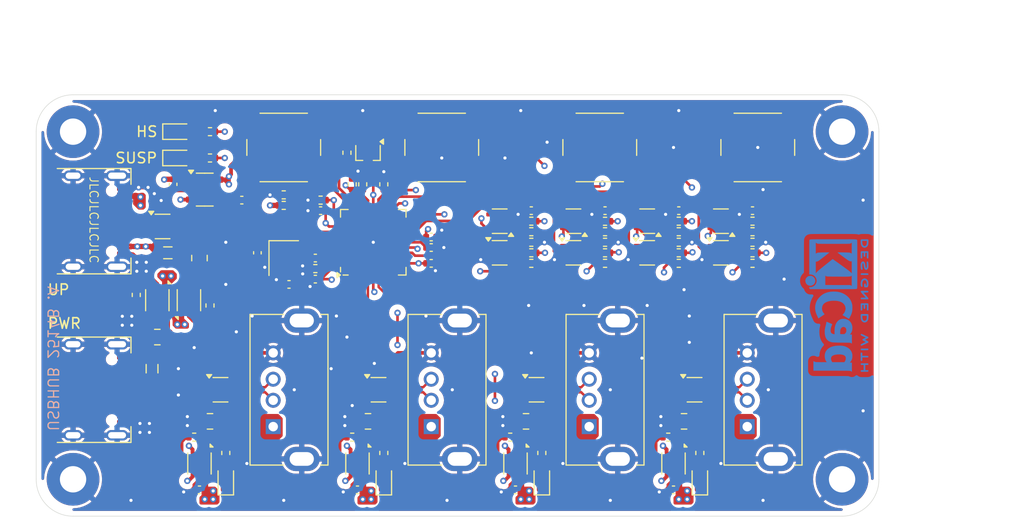
<source format=kicad_pcb>
(kicad_pcb (version 20240108) (generator "pcbnew") (generator_version "8.0")
  (layers (0 "F.Cu" signal) (1 "In1.Cu" signal) (2 "In2.Cu" signal) (31 "B.Cu" signal) (34 "B.Paste" user) (35 "F.Paste" user) (36 "B.SilkS" user "B.Silkscreen") (37 "F.SilkS" user "F.Silkscreen") (38 "B.Mask" user) (39 "F.Mask" user) (44 "Edge.Cuts" user))
  (net 0 "")
  (net 1 "/USBUP1_VBUS")
  (net 2 "/USBUP1_DP")
  (net 3 "/USBUP11_DP")
  (net 4 "GND")
  (net 5 "/USBUP11_DN")
  (net 6 "/USBDN12_DN")
  (net 7 "/USBDN3_PWREN")
  (net 8 "/USBDN22_DN")
  (net 9 "/SDA")
  (net 10 "VDD")
  (net 11 "/USBDN3_OCS")
  (net 12 "/USBDN1_DP")
  (net 13 "Net-(U2-HS_IND{slash}CFG_SEL1)")
  (net 14 "/USBDN32_DN")
  (net 15 "Net-(U2-PLLFILT)")
  (net 16 "/USBDN4_PWREN")
  (net 17 "/USBDN4_DP")
  (net 18 "Net-(U2-VBUS_DET)")
  (net 20 "/USBDN1_PWREN")
  (net 21 "/USBDN1_OCS")
  (net 22 "/USBDN3_DP")
  (net 23 "/RESET_N")
  (net 24 "/USBDN42_DN")
  (net 25 "/USBDN2_DP")
  (net 26 "/USBUP1_DN")
  (net 27 "/USBDN4_OCS")
  (net 28 "/USBDN2_PWREN")
  (net 29 "Net-(U2-XTALIN{slash}CLKIN)")
  (net 30 "/SCL")
  (net 31 "Net-(U2-CRFILT)")
  (net 32 "Net-(U2-SUSP_IND{slash}LOCAL_PWR{slash}NON_REM0)")
  (net 33 "/USBDN2_OCS")
  (net 34 "Net-(U2-XTALOUT)")
  (net 35 "Net-(U2-RBIAS)")
  (net 36 "Net-(U8-EN)")
  (net 38 "Net-(U8-ILIM)")
  (net 39 "Net-(U9-ILIM)")
  (net 41 "Net-(U9-EN)")
  (net 42 "VBUS")
  (net 43 "Net-(U10-ILIM)")
  (net 44 "Net-(U11-ILIM)")
  (net 45 "Net-(U12-ILIM)")
  (net 46 "Net-(U13-ILIM)")
  (net 47 "Net-(D1-A)")
  (net 48 "Net-(U7-BP)")
  (net 49 "Net-(D2-A)")
  (net 50 "Net-(D3-A)")
  (net 51 "Net-(D4-A)")
  (net 52 "Net-(D5-A)")
  (net 53 "Net-(D6-A)")
  (net 54 "/USBUP2_VBUS")
  (net 65 "/VBUS1")
  (net 66 "/VBUS2")
  (net 67 "/VBUS3")
  (net 68 "/VBUS4")
  (net 69 "/USBDN12_DP")
  (net 70 "/USBDN4_DN")
  (net 71 "/USBDN3_DN")
  (net 72 "/USBDN22_DP")
  (net 73 "/USBDN32_DP")
  (net 74 "/USBDN2_DN")
  (net 75 "/USBDN42_DP")
  (net 76 "/USBDN1_DN")
  (net 77 "/USBDN1_EN")
  (net 78 "/USBDN2_EN")
  (net 79 "/USBDN3_EN")
  (net 80 "/USBDN4_EN")
  (net 81 "/USBUP2_CC2")
  (net 82 "/USBUP2_CC1")
  (net 83 "Net-(SW4-A)")
  (net 84 "Net-(SW3-A)")
  (net 85 "Net-(SW2-A)")
  (net 86 "Net-(SW1-A)")
  (net 87 "Net-(U18-C)")
  (net 88 "Net-(U19-C)")
  (net 89 "Net-(U20-C)")
  (net 90 "Net-(U21-C)")
  (net 91 "Net-(U18-D)")
  (net 92 "Net-(U19-D)")
  (net 93 "Net-(U20-D)")
  (net 94 "Net-(U21-D)")
  (footprint "Package_TO_SOT_SMD:SOT-363_SC-70-6" (layer "F.Cu") (at 177.5 103)
    (property "Reference" "U5" (hide yes))
    (property "Value" "WE-TVS-82400102")
  )
  (footprint "MountingHole:MountingHole_2.5mm_Pad" (layer "F.Cu") (at 206.5 78.5)
    (property "Reference" "H3" (hide yes))
    (property "Value" "MountingHole_Pad")
  )
  (footprint "Button_Switch_THT:SW_PUSH_6mm_H9.5mm" (layer "F.Cu") (at 171.75 82.25 180)
    (property "Reference" "SW2" (hide yes))
    (property "Value" "SW_SPST")
  )
  (footprint "Package_DFN_QFN:DFN-6-1EP_2x2mm_P0.65mm_EP1x1.6mm" (layer "F.Cu") (at 160.5 110 -90)
    (property "Reference" "U11" (hide yes))
    (property "Value" "MP62551DGT")
  )
  (footprint "Package_TO_SOT_SMD:SOT-363_SC-70-6" (layer "F.Cu") (at 192.5 103)
    (property "Reference" "U6" (hide yes))
    (property "Value" "WE-TVS-82400102")
  )
  (footprint "LED_SMD:LED_0603_1608Metric" (layer "F.Cu") (at 193 111.5 90)
    (property "Reference" "D6" (hide yes))
    (property "Value" "LED")
  )
  (footprint "Resistor_SMD:R_0402_1005Metric" (layer "F.Cu") (at 184 88)
    (property "Reference" "R31" (hide yes))
    (property "Value" "1k")
  )
  (footprint "Capacitor_SMD:C_0402_1005Metric" (layer "F.Cu") (at 143 83.5 -90)
    (property "Reference" "C24" (hide yes))
    (property "Value" "220nF")
  )
  (footprint "Capacitor_SMD:C_0805_2012Metric" (layer "F.Cu") (at 191.5 106 180)
    (property "Reference" "C12" (hide yes))
    (property "Value" "22uF")
  )
  (footprint "Resistor_SMD:R_0402_1005Metric" (layer "F.Cu") (at 146.5 78.5 180)
    (property "Reference" "R12" (hide yes))
    (property "Value" "R")
  )
  (footprint "Package_TO_SOT_SMD:SOT-363_SC-70-6" (layer "F.Cu") (at 147.5 103)
    (property "Reference" "U3" (hide yes))
    (property "Value" "WE-TVS-82400102")
  )
  (footprint "Capacitor_SMD:C_0402_1005Metric" (layer "F.Cu") (at 167.5 88.5)
    (property "Reference" "C22" (hide yes))
    (property "Value" "220nF")
  )
  (footprint "Resistor_SMD:R_0402_1005Metric" (layer "F.Cu") (at 148 109 -90)
    (property "Reference" "R13" (hide yes))
    (property "Value" "R")
  )
  (footprint "Package_TO_SOT_SMD:SOT-353_SC-70-5" (layer "F.Cu") (at 181 87 180)
    (property "Reference" "U19" (hide yes))
    (property "Value" "74LVC1G80")
  )
  (footprint "Resistor_SMD:R_0402_1005Metric" (layer "F.Cu") (at 177 90 180)
    (property "Reference" "R27" (hide yes))
    (property "Value" "R")
  )
  (footprint "Capacitor_SMD:C_0402_1005Metric" (layer "F.Cu") (at 157 86 180)
    (property "Reference" "C20" (hide yes))
    (property "Value" "220nF")
  )
  (footprint "Resistor_SMD:R_0402_1005Metric" (layer "F.Cu") (at 160 107.5 180)
    (property "Reference" "R14" (hide yes))
    (property "Value" "R")
  )
  (footprint "all_gk_fp_Ki8:USB_C_Receptacle_Wuerth_629722000214" (layer "F.Cu") (at 134 87 -90)
    (property "Reference" "J1" (hide yes))
    (property "Value" "USB_C_Receptacle_USB2.0_16P")
  )
  (footprint "Package_TO_SOT_SMD:SOT-23-5" (layer "F.Cu") (at 146 84)
    (property "Reference" "U7" (hide yes))
    (property "Value" "MIC5219-3.3YM5")
  )
  (footprint "Resistor_SMD:R_0402_1005Metric" (layer "F.Cu") (at 191 91 180)
    (property "Reference" "R45" (hide yes))
    (property "Value" "R")
  )
  (footprint "Resistor_SMD:R_0402_1005Metric" (layer "F.Cu") (at 146.5 95 90)
    (property "Reference" "R17" (hide yes))
    (property "Value" "R")
  )
  (footprint "Button_Switch_THT:SW_PUSH_6mm_H9.5mm" (layer "F.Cu") (at 186.75 82.25 180)
    (property "Reference" "SW3" (hide yes))
    (property "Value" "SW_SPST")
  )
  (footprint "Resistor_SMD:R_0402_1005Metric" (layer "F.Cu") (at 177 87 180)
    (property "Reference" "R30" (hide yes))
    (property "Value" "47k")
  )
  (footprint "Resistor_SMD:R_0402_1005Metric" (layer "F.Cu") (at 191 90 180)
    (property "Reference" "R37" (hide yes))
    (property "Value" "R")
  )
  (footprint "Capacitor_SMD:C_0402_1005Metric" (layer "F.Cu") (at 190.5 112.5 180)
    (property "Reference" "C11" (hide yes))
    (property "Value" "C")
  )
  (footprint "Package_DFN_QFN:DFN-6-1EP_2x2mm_P0.65mm_EP1x1.6mm" (layer "F.Cu") (at 144.5 94.5 90)
    (property "Reference" "U8" (hide yes))
    (property "Value" "MP62551DGT")
  )
  (footprint "Resistor_SMD:R_0402_1005Metric" (layer "F.Cu") (at 156.5 91.5)
    (property "Reference" "R25" (hide yes))
    (property "Value" "12k/1%")
  )
  (footprint "Capacitor_SMD:C_0402_1005Metric" (layer "F.Cu") (at 177 86 180)
    (property "Reference" "C15" (hide yes))
    (property "Value" "220nF")
  )
  (footprint "all_gk_fp_Ki8:USB_A_Wuerth_614004185023_Vertical" (layer "F.Cu") (at 184 103 90)
    (property "Reference" "J5" (hide yes))
    (property "Value" "USB_A")
  )
  (footprint "Resistor_SMD:R_0402_1005Metric" (layer "F.Cu") (at 184 91 180)
    (property "Reference" "R44" (hide yes))
    (property "Value" "R")
  )
  (footprint "Capacitor_SMD:C_0402_1005Metric" (layer "F.Cu") (at 151 90 90)
    (property "Reference" "C1" (hide yes))
    (property "Value" "C")
  )
  (footprint "Capacitor_SMD:C_0402_1005Metric" (layer "F.Cu") (at 145.5 112.5 180)
    (property "Reference" "C5" (hide yes))
    (property "Value" "C")
  )
  (footprint "all_gk_fp_Ki8:USB_A_Wuerth_614004185023_Vertical" (layer "F.Cu") (at 199 103 90)
    (property "Reference" "J6" (hide yes))
    (property "Value" "USB_A")
  )
  (footprint "Package_TO_SOT_SMD:SOT-353_SC-70-5" (layer "F.Cu") (at 195 90)
    (property "Reference" "U26" (hide yes))
    (property "Value" "74AHC1G08")
  )
  (footprint "all_gk_fp_Ki8:USB_C_Receptacle_Wuerth_629722000214" (layer "F.Cu") (at 134 103 -90)
    (property "Reference" "J2" (hide yes))
    (property "Value" "USB_C_Receptacle_USB2.0_16P")
  )
  (footprint "Resistor_SMD:R_0402_1005Metric" (layer "F.Cu") (at 198 91 180)
    (property "Reference" "R46" (hide yes))
    (property "Value" "R")
  )
  (footprint "Resistor_SMD:R_0402_1005Metric" (layer "F.Cu") (at 193 109 -90)
    (property "Reference" "R22" (hide yes))
    (property "Value" "R")
  )
  (footprint "Package_TO_SOT_SMD:SOT-323_SC-70" (layer "F.Cu") (at 161.5 80.5 -90)
    (property "Reference" "U28" (hide yes))
    (property "Value" "MAX809SQ308T1G")
  )
  (footprint "Resistor_SMD:R_0402_1005Metric" (layer "F.Cu") (at 157 85 180)
    (property "Reference" "R9" (hide yes))
    (property "Value" "R")
  )
  (footprint "Resistor_SMD:R_0402_1005Metric" (layer "F.Cu") (at 139.5 94 -90)
    (property "Reference" "R18" (hide yes))
    (property "Value" "R")
  )
  (footprint "Capacitor_SMD:C_0402_1005Metric" (layer "F.Cu") (at 175.5 112.5 180)
    (property "Reference" "C9" (hide yes))
    (property "Value" "C")
  )
  (footprint "Capacitor_SMD:C_0402_1005Metric" (layer "F.Cu") (at 154 93)
    (property "Reference" "C2" (hide yes))
    (property "Value" "C")
  )
  (footprint "Capacitor_SMD:C_0402_1005Metric" (layer "F.Cu") (at 167.5 91)
    (property "Reference" "C21" (hide yes))
    (property "Value" "220nF")
  )
  (footprint "Capacitor_SMD:C_0805_2012Metric" (layer "F.Cu") (at 146.5 106 180)
    (property "Reference" "C6" (hide yes))
    (property "Value" "22uF")
  )
  (footprint "Capacitor_SMD:C_0402_1005Metric" (layer "F.Cu") (at 149.52 85)
    (property "Reference" "C23" (hide yes))
    (property "Value" "220nF")
  )
  (footprint "Resistor_SMD:R_0402_1005Metric" (layer "F.Cu") (at 191 87 180)
    (property "Reference" "R36" (hide yes))
    (property "Value" "47k")
  )
  (footprint "LED_SMD:LED_0603_1608Metric" (layer "F.Cu") (at 143.5 81)
    (property "Reference" "D1" (hide yes))
    (property "Value" "LED")
  )
  (footprint "Package_TO_SOT_SMD:SOT-363_SC-70-6" (layer "F.Cu") (at 142 87.5)
    (property "Reference" "U1" (hide yes))
    (property "Value" "WE-TVS-82400102")
  )
  (footprint "Resistor_SMD:R_0402_1005Metric" (layer "F.Cu") (at 177 91 180)
    (property "Reference" "R43" (hide yes))
    (property "Value" "R")
  )
  (footprint "LED_SMD:LED_0603_1608Metric" (layer "F.Cu") (at 143.5 78.5)
    (property "Reference" "D2" (hide yes))
    (property "Value" "LED")
  )
  (footprint "Button_Switch_THT:SW_PUSH_6mm_H9.5mm" (layer "F.Cu") (at 156.75 82.25 180)
    (property "Reference" "SW1" (hide yes))
    (property "Value" "SW_SPST")
  )
  (footprint "Button_Switch_THT:SW_PUSH_6mm_H9.5mm" (layer "F.Cu") (at 201.75 82.25 180)
    (property "Reference" "SW4" (hide yes))
    (property "Value" "SW_SPST")
  )
  (footprint "Package_DFN_QFN:DFN-6-1EP_2x2mm_P0.65mm_EP1x1.6mm" (layer "F.Cu") (at 190.5 110 -90)
    (property "Reference" "U13" (hide yes))
    (property "Value" "MP62551DGT")
  )
  (footprint "Crystal:Crystal_SMD_2520-4Pin_2.5x2.0mm" (layer "F.Cu") (at 153.5 90.5 -90)
    (property "Reference" "Y1" (hide yes))
    (property "Value" "24MHz")
  )
  (footprint "Inductor_SMD:L_0805_2012Metric" (layer "F.Cu") (at 141 101 90)
    (property "Reference" "FB2" (hide yes))
    (property "Value" "FerriteBead")
  )
  (footprint "MountingHole:MountingHole_2.5mm_Pad" (layer "F.Cu") (at 133.5 111.5)
    (property "Reference" "H2" (hide yes))
    (property "Value" "MountingHole_Pad")
  )
  (footprint "Resistor_SMD:R_0402_1005Metric" (layer "F.Cu") (at 198 87 180)
    (property "Reference" "R40" (hide yes))
    (property "Value" "47k")
  )
  (footprint "Resistor_SMD:R_0402_1005Metric" (layer "F.Cu") (at 153.5 84.5 180)
    (property "Reference" "R24" (hide yes))
    (property "Value" "100k")
  )
  (footprint "Resistor_SMD:R_0402_1005Metric" (layer "F.Cu") (at 163 109 -90)
    (property "Reference" "R15" (hide yes))
    (property "Value" "R")
  )
  (footprint "Resistor_SMD:R_0402_1005Metric" (layer "F.Cu") (at 145 107.5 180)
    (property "Reference" "R19" (hide yes))
    (property "Value" "R")
  )
  (footprint "Capacitor_SMD:C_0402_1005Metric" (layer "F.Cu") (at 184 86 180)
    (property "Reference" "C16" (hide yes))
    (property "Value" "220nF")
  )
  (footprint "Resistor_SMD:R_0402_1005Metric" (layer "F.Cu") (at 178 109 -90)
    (property "Reference" "R20" (hide yes))
    (property "Value" "R")
  )
  (footprint "Capacitor_SMD:C_0402_1005Metric" (layer "F.Cu") (at 198 86 180)
    (property "Reference" "C18" (hide yes))
    (property "Value" "220nF")
  )
  (footprint "Capacitor_SMD:C_0805_2012Metric" (layer "F.Cu") (at 141.5 98 180)
    (property "Reference" "C4" (hide yes))
    (property "Value" "22uF")
  )
  (footprint "MountingHole:MountingHole_2.5mm_Pad" (layer "F.Cu") (at 133.5 78.5)
    (property "Reference" "H1" (hide yes))
    (property "Value" "MountingHole_Pad")
  )
  (footprint "Package_TO_SOT_SMD:SOT-353_SC-70-5" (layer "F.Cu") (at 188 87 180)
    (property "Reference" "U20" (hide yes))
    (property "Value" "74LVC1G80")
  )
  (footprint "Resistor_SMD:R_0402_1005Metric" (layer "F.Cu") (at 175 107.5 180)
    (property "Reference" "R16" (hide yes))
    (property "Value" "R")
  )
  (footprint "Capacitor_SMD:C_0805_2012Metric" (layer "F.Cu") (at 145.5 90.5 90)
    (property "Reference" "C3" (hide yes))
    (property "Value" "22uF")
  )
  (footprint "Resistor_SMD:R_0402_1005Metric" (layer "F.Cu") (at 160 83.5 90)
    (property "Reference" "R11" (hide yes))
    (property "Value" "R")
  )
  (footprint "Resistor_SMD:R_0402_1005Metric" (layer "F.Cu") (at 159.5 80.5 90)
    (property "Reference" "R26" (hide yes))
    (property "Value" "100k")
  )
  (footprint "Package_DFN_QFN:DFN-6-1EP_2x2mm_P0.65mm_EP1x1.6mm" (layer "F.Cu") (at 175.5 110 -90)
    (property "Reference" "U12" (hide yes))
    (property "Value" "MP62551DGT")
  )
  (footprint "Capacitor_SMD:C_0805_2012Metric" (layer "F.Cu") (at 176.5 106 180)
    (property "Reference" "C10" (hide yes))
    (property "Value" "22uF")
  )
  (footprint "MountingHole:MountingHole_2.5mm_Pad" (layer "F.Cu") (at 206.5 111.5)
    (property "Reference" "H4" (hide yes))
    (property "Value" "MountingHole_Pad")
  )
  (footprint "Capacitor_SMD:C_0402_1005Metric" (layer "F.Cu") (at 156.5 92.5 180)
    (property "Reference" "C19" (hide yes))
    (property "Value" "220nF")
  )
  (footprint "Package_TO_SOT_SMD:SOT-353_SC-70-5" (layer "F.Cu") (at 174 90)
    (property "Reference" "U23" (hide yes))
    (property "Value" "74AHC1G08")
  )
  (footprint "Capacitor_SMD:C_0402_1005Metric" (layer "F.Cu") (at 160.5 112.5 180)
    (property "Reference" "C7" (hide yes))
    (property "Value" "C")
  )
  (footprint "Resistor_SMD:R_0402_1005Metric" (layer "F.Cu") (at 177 88)
    (property "Reference" "R29" (hide yes))
    (property "Value" "1k")
  )
  (footprint "Resistor_SMD:R_0402_1005Metric" (layer "F.Cu") (at 191 89)
    (property "Reference" "R38" (hide yes))
    (property "Value" "R")
  )
  (footprint "LED_SMD:LED_0603_1608Metric" (layer "F.Cu") (at 148 111.5 90)
    (property "Reference" "D3" (hide yes))
    (property "Value" "LED")
  )
  (footprint "Resistor_SMD:R_0402_1005Metric" (layer "F.Cu") (at 198 88)
    (property "Reference" "R39" (hide yes))
    (property "Value" "1k")
  )
  (footprint "Resistor_SMD:R_0402_1005Metric" (layer "F.Cu") (at 184 87.01 180)
    (property "Reference" "R32" (hide yes))
    (property "Value" "47k")
  )
  (footprint "all_gk_fp_Ki8:USB_A_Wuerth_614004185023_Vertical" (layer "F.Cu") (at 154 103 90)
    (property "Reference" "J3" (hide yes))
    (property "Value" "USB_A")
  )
  (footprint "Resistor_SMD:R_0402_1005Metric" (layer "F.Cu") (at 163 83.5 90)
    (property "Reference" "R4" (hide yes))
    (property "Value" "R")
  )
  (footprint "Resistor_SMD:R_0402_1005Metric" (layer "F.Cu") (at 191 88)
    (property "Reference" "R35" (hide yes))
    (property "Value" "1k")
  )
  (footprint "Resistor_SMD:R_0402_1005Metric" (layer "F.Cu") (at 184 89)
    (property "Reference" "R34" (hide yes))
    (property "Value" "R")
  )
  (footprint "Resistor_SMD:R_0402_1005Metric" (layer "F.Cu") (at 198 89)
    (property "Reference" "R42" (hide yes))
    (property "Value" "R")
  )
  (footprint "Package_DFN_QFN:QFN-36-1EP_6x6mm_P0.5mm_EP3.7x3.7mm" (layer "F.Cu") (at 162 89 90)
    (property "Reference" "U2" (hide yes))
    (property "Value" "USB2514B_Bi")
  )
  (footprint "Package_DFN_QFN:DFN-6-1EP_2x2mm_P0.65mm_EP1x1.6mm" (layer "F.Cu") (at 141.5 94.5 -90)
    (property "Reference" "U9" (hide yes))
    (property "Value" "MP62551DGT")
  )
  (footprint "Package_TO_SOT_SMD:SOT-353_SC-70-5" (layer "F.Cu") (at 174 87 180)
    (property "Reference" "U18" (hide yes))
    (property "Value" "74LVC1G80")
  )
  (footprint "Resistor_SMD:R_0402_1005Metric" (layer "F.Cu") (at 190 107.5 180)
    (property "Reference" "R21" (hide yes))
    (property "Value" "R")
  )
  (footprint "Package_TO_SOT_SMD:SOT-363_SC-70-6" (layer "F.Cu") (at 162.5 103)
    (property "Reference" "U4" (hide yes))
    (property "Value" "WE-TVS-82400102")
  )
  (footprint "Package_TO_SOT_SMD:SOT-353_SC-70-5" (layer "F.Cu") (at 195 87 180)
    (property "Reference" "U21" (hide yes))
    (property "Value" "74LVC1G80")
  )
  (footprint "Capacitor_SMD:C_0402_1005Metric" (layer "F.Cu") (at 191 86 180)
    (property "Reference" "C17" (hide yes))
    (property "Value" "220nF")
  )
  (footprint "Package_TO_SOT_SMD:SOT-353_SC-70-5" (layer "F.Cu") (at 188 90)
    (property "Reference" "U25" (hide yes))
    (property "Value" "74AHC1G08")
  )
  (footprint "Capacitor_SMD:C_0402_1005Metric" (layer "F.Cu") (at 167.5 89.5)
    (property "Reference" "C13" (hide yes))
    (property "Value" "100n")
  )
  (footprint "Resistor_SMD:R_0402_1005Metric" (layer "F.Cu") (at 198 90 180)
    (property "Reference" "R41" (hide yes))
    (property "Value" "R")
  )
  (footprint "LED_SMD:LED_0603_1608Metric" (layer "F.Cu") (at 178 111.5 90)
    (property "Reference" "D5" (hide yes))
    (property "Value" "LED")
  )
  (footprint "Package_DFN_QFN:DFN-6-1EP_2x2mm_P0.65mm_EP1x1.6mm" (layer "F.Cu") (at 145.5 110 -90)
    (property "Reference" "U10" (hide yes))
    (property "Value" "MP62551DGT")
  )
  (footprint "Capacitor_SMD:C_0402_1005Metric" (layer "F.Cu") (at 156.5 90.5 180)
    (property "Reference" "C14" (hide yes))
    (property "Value" "100n")
  )
  (footprint "Resistor_SMD:R_0402_1005Metric" (layer "F.Cu") (at 177 89)
    (property "Reference" "R28" (hide yes))
    (property "Value" "R")
  )
  (footprint "Resistor_SMD:R_0402_1005Metric" (layer "F.Cu") (at 184 90 180)
    (property "Reference" "R33" (hide yes))
    (property "Value" "R")
  )
  (footprint "all_gk_fp_Ki8:USB_A_Wuerth_614004185023_Vertical" (layer "F.Cu") (at 169 103 90)
    (property "Reference" "J4" (hide yes))
    (property "Value" "USB_A")
  )
  (footprint "Resistor_SMD:R_0402_1005Metric" (layer "F.Cu") (at 161 83.5 90)
    (property "Reference" "R2" (hide yes))
    (property "Value" "R")
  )
  (footprint "Resistor_SMD:R_0402_1005Metric" (layer "F.Cu") (at 153.5 85.5)
    (property "Reference" "R23" (hide yes))
    (property "Value" "100k")
  )
  (footprint "LED_SMD:LED_0603_1608Metric" (layer "F.Cu") (at 163 111.5 90)
    (property "Reference" "D4" (hide yes))
    (property "Value" "LED")
  )
  (footprint "Capacitor_SMD:C_0805_2012Metric" (layer "F.Cu") (at 161.5 106 180)
    (property "Reference" "C8" (hide yes))
    (property "Value" "22uF")
  )
  (footprint "Inductor_SMD:L_0805_2012Metric" (layer "F.Cu") (at 142.5 90)
    (property "Reference" "FB1" (hide yes))
    (property "Value" "FerriteBead")
  )
  (footprint "Package_TO_SOT_SMD:SOT-353_SC-70-5" (layer "F.Cu") (at 181 90)
    (property "Reference" "U24" (hide yes))
    (property "Value" "74AHC1G08")
  )
  (footprint "Resistor_SMD:R_0402_1005Metric" (layer "F.Cu") (at 146.5 81 180)
    (property "Reference" "R10" (hide yes))
    (property "Value" "R")
  )
  (footprint "Symbol:KiCad-Logo2_5mm_Copper" (layer "B.Cu") (at 206 95 -90)
    (property "Reference" "REF**" (hide yes))
    (property "Value" "KiCad-Logo2_5mm_Copper" (hide yes))
  )
  (gr_line (start 210 78.5) (end 210 111.5) (stroke (width 0.05)) (layer "Edge.Cuts"))
  (gr_arc (start 133.5 115) (mid 131.025126 113.974874) (end 130 111.5) (stroke (width 0.05)) (layer "Edge.Cuts"))
  (gr_line (start 206.5 115) (end 133.5 115) (stroke (width 0.05)) (layer "Edge.Cuts"))
  (gr_arc (start 206.5 75) (mid 208.974874 76.025126) (end 210 78.5) (stroke (width 0.05)) (layer "Edge.Cuts"))
  (gr_line (start 130 111.5) (end 130 78.5) (stroke (width 0.05)) (layer "Edge.Cuts"))
  (gr_arc (start 210 111.5) (mid 208.974874 113.974874) (end 206.5 115) (stroke (width 0.05)) (layer "Edge.Cuts"))
  (gr_arc (start 130 78.5) (mid 131.025126 76.025126) (end 133.5 75) (stroke (width 0.05)) (layer "Edge.Cuts"))
  (gr_line (start 133.5 75) (end 206.5 75) (stroke (width 0.05)) (layer "Edge.Cuts"))
  (gr_text "USBHUB 2514B .A" (at 131 107 -90) (layer "B.SilkS") (effects (font (size 1 1) (thickness 0.12)) (justify left bottom mirror)))
  (gr_text "JLCJLCJLCJLC" (at 135 82.7 -90) (layer "F.SilkS") (effects (font (size 0.8 0.8) (thickness 0.1)) (justify left bottom)))
  (segment (start 139.9 85.5) (end 139.9 84.7) (width 0.5) (layer "F.Cu") (net 1))
  (segment (start 139.5 85.1) (end 139.5 84.7) (width 0.5) (layer "F.Cu") (net 1))
  (segment (start 140.8375 89.4) (end 141.1 89.4) (width 0.5) (layer "F.Cu") (net 1))
  (segment (start 139.1 84.75) (end 139.25 84.6) (width 0.25) (layer "F.Cu") (net 1))
  (segment (start 139 89.55) (end 138.25 89.55) (width 0.25) (layer "F.Cu") (net 1))
  (segment (start 138.25 89.25) (end 139 89.25) (width 0.25) (layer "F.Cu") (net 1))
  (segment (start 138.25 84.75) (end 139.1 84.75) (width 0.25) (layer "F.Cu") (net 1))
  (segment (start 139.9 84.7) (end 139.5 84.7) (width 0.5) (layer "F.Cu") (net 1))
  (segment (start 139 89.25) (end 139.15 89.4) (width 0.25) (layer "F.Cu") (net 1))
  (segment (start 140.8375 89.4) (end 141.4375 90) (width 0.5) (layer "F.Cu") (net 1))
  (segment (start 139.1 84.45) (end 138.25 84.45) (width 0.25) (layer "F.Cu") (net 1))
  (segment (start 142.05 87.9) (end 142.05 88.45) (width 0.35) (layer "F.Cu") (net 1))
  (segment (start 139.25 84.6) (end 139.1 84.45) (width 0.25) (layer "F.Cu") (net 1))
  (segment (start 139.5 84.7) (end 139.35 84.7) (width 0.5) (layer "F.Cu") (net 1))
  (segment (start 139.15 89.4) (end 140.8375 89.4) (width 0.5) (layer "F.Cu") (net 1))
  (segment (start 141.1 89.4) (end 142.05 88.45) (width 0.5) (layer "F.Cu") (net 1))
  (segment (start 139.15 89.4) (end 139 89.55) (width 0.25) (layer "F.Cu") (net 1))
  (segment (start 139.9 85.5) (end 139.5 85.1) (width 0.5) (layer "F.Cu") (net 1))
  (segment (start 142.95 87.5) (end 142.45 87.5) (width 0.35) (layer "F.Cu") (net 1))
  (segment (start 139.35 84.7) (end 139.25 84.6) (width 0.5) (layer "F.Cu") (net 1))
  (segment (start 142.45 87.5) (end 142.05 87.9) (width 0.35) (layer "F.Cu") (net 1))
  (via (at 139.9 84.7) (size 0.6) (drill 0.3) (layers "F.Cu" "B.Cu") (net 1))
  (via (at 140.4 89.4) (size 0.6) (drill 0.3) (layers "F.Cu" "B.Cu") (net 1))
  (via (at 139.9 85.5) (size 0.6) (drill 0.3) (layers "F.Cu" "B.Cu") (net 1))
  (via (at 139.6 89.4) (size 0.6) (drill 0.3) (layers "F.Cu" "B.Cu") (net 1))
  (segment (start 156.250588 88.49) (end 155.500588 87.74) (width 0.23) (layer "F.Cu") (net 2))
  (segment (start 143.847501 87.74) (end 143.437501 88.15) (width 0.23) (layer "F.Cu") (net 2))
  (segment (start 155.500588 87.74) (end 143.847501 87.74) (width 0.23) (layer "F.Cu") (net 2))
  (segment (start 158.433749 88.49) (end 156.250588 88.49) (width 0.23) (layer "F.Cu") (net 2))
  (segment (start 159.0625 88.5) (end 158.443749 88.5) (width 0.23) (layer "F.Cu") (net 2))
  (segment (start 143.437501 88.15) (end 142.95 88.15) (width 0.23) (layer "F.Cu") (net 2))
  (segment (start 158.443749 88.5) (end 158.433749 88.49) (width 0.23) (layer "F.Cu") (net 2))
  (segment (start 137.25 87) (end 137.5 86.75) (width 0.23) (layer "F.Cu") (net 3))
  (segment (start 141.05 88.15) (end 140.562499 88.15) (width 0.23) (layer "F.Cu") (net 3))
  (segment (start 138.675 87.75) (end 138.25 87.75) (width 0.23) (layer "F.Cu") (net 3))
  (segment (start 137.25 87.5) (end 137.25 87) (width 0.23) (layer "F.Cu") (net 3))
  (segment (start 140.152499 87.74) (end 138.685 87.74) (width 0.23) (layer "F.Cu") (net 3))
  (segment (start 140.562499 88.15) (end 140.152499 87.74) (width 0.23) (layer "F.Cu") (net 3))
  (segment (start 137.5 87.75) (end 137.25 87.5) (width 0.23) (layer "F.Cu") (net 3))
  (segment (start 137.5 86.75) (end 138.25 86.75) (width 0.23) (layer "F.Cu") (net 3))
  (segment (start 138.25 87.75) (end 137.5 87.75) (width 0.23) (layer "F.Cu") (net 3))
  (segment (start 138.685 87.74) (end 138.675 87.75) (width 0.23) (layer "F.Cu") (net 3))
  (segment (start 142 85.17) (end 140.63 83.8) (width 0.35) (layer "F.Cu") (net 4))
  (segment (start 173.05 90.65) (end 172.2 90.65) (width 0.25) (layer "F.Cu") (net 4))
  (segment (start 139.1 83.95) (end 139.25 83.8) (width 0.25) (layer "F.Cu") (net 4))
  (segment (start 175.02 112.03) (end 175.02 112.5) (width 0.35) (layer "F.Cu") (net 4))
  (segment (start 162.5 102.5) (end 162.5 101.35) (width 0.35) (layer "F.Cu") (net 4))
  (segment (start 194.05 90.65) (end 193.2 90.65) (width 0.25) (layer "F.Cu") (net 4))
  (segment (start 149.35 99.5) (end 152.5 99.5) (width 0.35) (layer "F.Cu") (net 4))
  (segment (start 158.8 107.920001) (end 159.220001 107.5) (width 0.35) (layer "F.Cu") (net 4))
  (segment (start 174.25 110) (end 175.5 110) (width 0.35) (layer "F.Cu") (net 4))
  (segment (start 175.5 111.05) (end 175.5 110) (width 0.35) (layer "F.Cu") (net 4))
  (segment (start 144.8625 84) (end 143.02 84) (width 0.5) (layer "F.Cu") (net 4))
  (segment (start 141.55 87.5) (end 142 87.05) (width 0.35) (layer "F.Cu") (net 4))
  (segment (start 139.25 106.2) (end 139.1 106.05) (width 0.25) (layer "F.Cu") (net 4))
  (segment (start 143.8 107.920001) (end 144.220001 107.5) (width 0.35) (layer "F.Cu") (net 4))
  (segment (start 139.5 99.05) (end 140.55 98) (width 0.5) (layer "F.Cu") (net 4))
  (segment (start 141.5 94.5) (end 140.05 94.5) (width 0.5) (layer "F.Cu") (net 4))
  (segment (start 190.02 112.03) (end 190.02 112.5) (width 0.35) (layer "F.Cu") (net 4))
  (segment (start 160.5 111.05) (end 160.5 110) (width 0.35) (layer "F.Cu") (net 4))
  (segment (start 183.17 86.35) (end 181.95 86.35) (width 0.25) (layer "F.Cu") (net 4))
  (segment (start 177.51 89) (end 178.25 89) (width 0.25) (layer "F.Cu") (net 4))
  (segment (start 176.17 86.35) (end 176.52 86) (width 0.25) (layer "F.Cu") (net 4))
  (segment (start 139.05 99.95) (end 139.2 99.8) (width 0.25) (layer "F.Cu") (net 4))
  (segment (start 138.25 99.95) (end 139.05 99.95) (width 0.25) (layer "F.Cu") (net 4))
  (segment (start 192 103) (end 192.5 102.5) (width 0.35) (layer "F.Cu") (net 4))
  (segment (start 139.55 90.6) (end 139.15 90.2) (width 0.5) (layer "F.Cu") (net 4))
  (segment (start 151.7 91.375) (end 151.4 91.075) (width 0.25) (layer "F.Cu") (net 4))
  (segment (start 189.25 110) (end 188.8 109.55) (width 0.35) (layer "F.Cu") (net 4))
  (segment (start 159.25 110) (end 158.8 109.55) (width 0.35) (layer "F.Cu") (net 4))
  (segment (start 194.35 99.5) (end 197.5 99.5) (width 0.35) (layer "F.Cu") (net 4))
  (segment (start 151.7 91.375) (end 152.8 91.375) (width 0.25) (layer "F.Cu") (net 4))
  (segment (start 173.8 107.920001) (end 174.220001 107.5) (width 0.35) (layer "F.Cu") (net 4))
  (segment (start 139.55 90.7) (end 139.55 90.6) (width 0.5) (layer "F.Cu") (net 4))
  (segment (start 151.4 90.88) (end 151 90.48) (width 0.25) (layer "F.Cu") (net 4))
  (segment (start 139.1 106.35) (end 139.25 106.2) (width 0.25) (layer "F.Cu") (net 4))
  (segment (start 138.25 90.35) (end 139 90.35) (width 0.25) (layer "F.Cu") (net 4))
  (segment (start 190.5 111.55) (end 190.02 112.03) (width 0.35) (layer "F.Cu") (net 4))
  (segment (start 161.55 103) (end 162 103) (width 0.35) (layer "F.Cu") (net 4))
  (segment (start 174.220001 107.5) (end 174.49 107.5) (width 0.35) (layer "F.Cu") (net 4))
  (segment (start 184.51 89) (end 185.25 89) (width 0.25) (layer "F.Cu") (net 4))
  (segment (start 152.8 92.55) (end 153.07 92.55) (width 0.25) (layer "F.Cu") (net 4))
  (segment (start 167.98 89.5) (end 168.7 89.5) (width 0.25) (layer "F.Cu") (net 4))
  (segment (start 159.25 110) (end 160.5 110) (width 0.35) (layer "F.Cu") (net 4))
  (segment (start 147 103) (end 147.5 102.5) (width 0.35) (layer "F.Cu") (net 4))
  (segment (start 177.5 102.5) (end 177.5 101.35) (width 0.35) (layer "F.Cu") (net 4))
  (segment (start 146.49 94.5) (end 146.5 94.49) (width 0.35) (layer "F.Cu") (net 4))
  (segment (start 161 82.7) (end 160.55 82.25) (width 0.25) (layer "F.Cu") (net 4))
  (segment (start 140.55 97.3) (end 140.05 96.8) (width 0.5) (layer "F.Cu") (net 4))
  (segment (start 144.5 93.45) (end 144.5 94.5) (width 0.35) (layer "F.Cu") (net 4))
  (segment (start 187.05 90.65) (end 186.2 90.65) (width 0.25) (layer "F.Cu") (net 4))
  (segment (start 141.05 87.5) (end 141.55 87.5) (width 0.35) (layer "F.Cu") (net 4))
  (segment (start 198.51 88) (end 198.51 89) (width 0.25) (layer "F.Cu") (net 4))
  (segment (start 192.5 102.5) (end 192.5 101.35) (width 0.35) (layer "F.Cu") (net 4))
  (segment (start 161 82.99) (end 161 82.7) (width 0.25) (layer "F.Cu") (net 4))
  (segment (start 183.52 86) (end 183.17 86.35) (width 0.25) (layer "F.Cu") (net 4))
  (segment (start 139.55 91) (end 139.55 90.7) (width 0.5) (layer "F.Cu") (net 4))
  (segment (start 184.51 89) (end 184.51 88) (width 0.25) (layer "F.Cu") (net 4))
  (segment (start 163 82.99) (end 163 82.3) (width 0.25) (layer "F.Cu") (net 4))
  (segment (start 167.98 88.5) (end 167.98 88.37) (width 0.25) (layer "F.Cu") (net 4))
  (segment (start 141.5 95.55) (end 141.5 94.5) (width 0.35) (layer "F.Cu") (net 4))
  (segment (start 139 90.35) (end 139.15 90.2) (width 0.25) (layer "F.Cu") (net 4))
  (segment (start 138.25 106.35) (end 139.1 106.35) (width 0.25) (layer "F.Cu") (net 4))
  (segment (start 177 103) (end 177.5 102.5) (width 0.35) (layer "F.Cu") (net 4))
  (segment (start 159.220001 107.5) (end 159.49 107.5) (width 0.35) (layer "F.Cu") (net 4))
  (segment (start 180.05 90.65) (end 179.2 90.65) (width 0.25) (layer "F.Cu") (net 4))
  (segment (start 144.25 110) (end 143.8 109.55) (width 0.35) (layer "F.Cu") (net 4))
  (segment (start 140.63 83.8) (end 139.25 83.8) (width 0.35) (layer "F.Cu") (net 4))
  (segment (start 139.1 83.65) (end 138.25 83.65) (width 0.25) (layer "F.Cu") (net 4))
  (segment (start 139.5 99.5) (end 139.5 99.05) (width 0.5) (layer "F.Cu") (net 4))
  (segment (start 143.02 84) (end 143 83.98) (width 0.5) (layer "F.Cu") (net 4))
  (segment (start 192.5 101.35) (end 194.35 99.5) (width 0.35) (layer "F.Cu") (net 4))
  (segment (start 156.02 93.18) (end 156 93.2) (width 0.25) (layer "F.Cu") (net 4))
  (segment (start 191.55 103) (end 192 103) (width 0.35) (layer "F.Cu") (net 4))
  (segment (start 167.98 91.62) (end 167.9 91.7) (width 0.25) (layer "F.Cu") (net 4))
  (segment (start 139.15 90.2) (end 139 90.05) (width 0.25) (layer "F.Cu") (net 4))
  (segment (start 160.02 112.03) (end 160.02 112.5) (width 0.35) (layer "F.Cu") (net 4))
  (segment (start 191.51 89) (end 191.51 88) (width 0.25) (layer "F.Cu") (net 4))
  (segment (start 146.55 103) (end 147 103) (width 0.35) (layer "F.Cu") (net 4))
  (segment (start 176.55 103) (end 177 103) (width 0.35) (layer "F.Cu") (net 4))
  (segment (start 140.05 96.8) (end 140.05 94.5) (width 0.5) (layer "F.Cu") (net 4))
  (segment (start 145.5 111.05) (end 145.5 111.55) (width 0.35) (layer "F.Cu") (net 4))
  (segment (start 142 87.05) (end 142 85.17) (width 0.35) (layer "F.Cu") (net 4))
  (segment (start 175.5 111.55) (end 175.02 112.03) (width 0.35) (layer "F.Cu") (net 4))
  (segment (start 144.5 94.5) (end 146.49 94.5) (width 0.35) (layer "F.Cu") (net 4))
  (segment (start 195.95 86.35) (end 197.17 86.35) (width 0.25) (layer "F.Cu") (net 4))
  (segment (start 155.291942 91.241942) (end 156.02 90.513884) (width 0.25) (layer "F.Cu") (net 4))
  (segment (start 147.5 101.35) (end 149.35 99.5) (width 0.35) (layer "F.Cu") (net 4))
  (segment (start 190.5 111.05) (end 190.5 110) (width 0.35) (layer "F.Cu") (net 4))
  (segment (start 160 82.8) (end 160.55 82.25) (width 0.25) (layer "F.Cu") (net 4))
  (segment (start 139.2 99.8) (end 139.05 99.65) (width 0.25) (layer "F.Cu") (net 4))
  (segment (start 156.02 90.513884) (end 156.02 90.5) (width 0.25) (layer "F.Cu") (net 4))
  (segment (start 152.8 92.55) (end 152.8 91.375) (width 0.25) (layer "F.Cu") (net 4))
  (segment (start 152.99 84.5) (end 152.2 84.5) (width 0.25) (layer "F.Cu") (net 4))
  (segment (start 153.07 92.55) (end 153.52 93) (width 0.25) (layer "F.Cu") (net 4))
  (segment (start 141.865 85.035) (end 142.92 83.98) (width 0.5) (layer "F.Cu") (net 4))
  (segment (start 142.92 83.98) (end 143 83.98) (width 0.5) (layer "F.Cu") (net 4))
  (segment (start 177.51 88) (end 177.51 89) (width 0.25) (layer "F.Cu") (net 4))
  (segment (start 139.05 99.65) (end 138.25 99.65) (width 0.25) (layer "F.Cu") (net 4))
  (segment (start 174.95 86.35) (end 176.17 86.35) (width 0.25) (layer "F.Cu") (net 4))
  (segment (start 190.17 86.35) (end 190.52 86) (width 0.25) (layer "F.Cu") (net 4))
  (segment (start 151.4 91.075) (end 151.4 90.88) (width 0.25) (layer "F.Cu") (net 4))
  (segment (start 177.5 101.35) (end 179.35 99.5) (width 0.35) (layer "F.Cu") (net 4))
  (segment (start 175.5 111.05) (end 175.5 111.55) (width 0.35) (layer "F.Cu") (net 4))
  (segment (start 143.8 109.55) (end 143.8 107.920001) (width 0.35) (layer "F.Cu") (net 4))
  (segment (start 155.8 85) (end 156.49 85) (width 0.35) (layer "F.Cu") (net 4))
  (segment (start 139.25 83.8) (end 139.1 83.65) (width 0.25) (layer "F.Cu") (net 4))
  (segment (start 140.05 94.5) (end 139.51 94.5) (width 0.5) (layer "F.Cu") (net 4))
  (segment (start 189.25 110) (end 190.5 110) (width 0.35) (layer "F.Cu") (net 4))
  (segment (start 158.8 109.55) (end 158.8 107.920001) (width 0.35) (layer "F.Cu") (net 4))
  (segment (start 164.35 99.5) (end 167.5 99.5) (width 0.35) (layer "F.Cu") (net 4))
  (segment (start 154.2 89.625) (end 154.2 89.8) (width 0.25) (layer "F.Cu") (net 4))
  (segment (start 147.5 102.5) (end 147.5 101.35) (width 0.35) (layer "F.Cu") (net 4))
  (segment (start 155.8 91.5) (end 155.3 92) (width 0.25) (layer "F.Cu") (net 4))
  (segment (start 155.99 91.5) (end 155.8 91.5) (width 0.25) (layer "F.Cu") (net 4))
  (segment (start 191.51 89) (end 192.25 89) (width 0.25) (layer "F.Cu") (net 4))
  (segment (start 162 103) (end 162.5 102.5) (width 0.35) (layer "F.Cu") (net 4))
  (segment (start 139.1 106.05) (end 138.25 106.05) (width 0.25) (layer "F.Cu") (net 4))
  (segment (start 152.8 91.2) (end 152.8 91.375) (width 0.25) (layer "F.Cu") (net 4))
  (segment (start 144.220001 107.5) (end 144.49 107.5) (width 0.35) (layer "F.Cu") (net 4))
  (segment (start 160.5 111.55) (end 160.02 112.03) (width 0.35) (layer "F.Cu") (net 4))
  (segment (start 138.25 83.95) (end 139.1 83.95) (width 0.25) (layer "F.Cu") (net 4))
  (segment (start 156.02 92.5) (end 156.02 93.18) (width 0.25) (layer "F.Cu") (net 4))
  (segment (start 197.17 86.35) (end 197.52 86) (width 0.25) (layer "F.Cu") (net 4))
  (segment (start 139 90.05) (end 138.25 90.05) (width 0.25) (layer "F.Cu") (net 4))
  (segment (start 145.5 111.55) (end 145.02 112.03) (width 0.35) (layer "F.Cu") (net 4))
  (segment (start 198.51 89) (end 199.25 89) (width 0.25) (layer "F.Cu") (net 4))
  (segment (start 156.52 86) (end 155.8 86) (width 0.35) (layer "F.Cu") (net 4))
  (segment (start 167.98 88.37) (end 168.5 87.85) (width 0.25) (layer "F.Cu") (net 4))
  (segment (start 145.5 111.05) (end 145.5 110) (width 0.35) (layer "F.Cu") (net 4))
  (segment (start 160 82.99) (end 160 82.8) (width 0.25) (layer "F.Cu") (net 4))
  (segment (start 139.5 99.5) (end 139.2 99.8) (width 0.5) (layer "F.Cu") (net 4))
  (segment (start 174.25 110) (end 173.8 109.55) (width 0.35) (layer "F.Cu") (net 4))
  (segment (start 188.95 86.35) (end 190.17 86.35) (width 0.25) (layer "F.Cu") (net 4))
  (segment (start 167.98 91) (end 167.98 91.62) (width 0.25) (layer "F.Cu") (net 4))
  (segment (start 179.35 99.5) (end 182.5 99.5) (width 0.35) (layer "F.Cu") (net 4))
  (segment (start 140.55 98) (end 140.55 97.3) (width 0.5) (layer "F.Cu") (net 4))
  (segment (start 173.8 109.55) (end 173.8 107.920001) (width 0.35) (layer "F.Cu") (net 4))
  (segment (start 189.220001 107.5) (end 189.49 107.5) (width 0.35) (layer "F.Cu") (net 4))
  (segment (start 188.8 107.920001) (end 189.220001 107.5) (width 0.35) (layer "F.Cu") (net 4))
  (segment (start 160.5 111.05) (end 160.5 111.55) (width 0.35) (layer "F.Cu") (net 4))
  (segment (start 139.51 94.5) (end 139.5 94.51) (width 0.5) (layer "F.Cu") (net 4))
  (segment (start 162.5 101.35) (end 164.35 99.5) (width 0.35) (layer "F.Cu") (net 4))
  (segment (start 190.5 111.05) (end 190.5 111.55) (width 0.35) (layer "F.Cu") (net 4))
  (segment (start 188.8 109.55) (end 188.8 107.920001) (width 0.35) (layer "F.Cu") (net 4))
  (segment (start 145.02 112.03) (end 145.02 112.5) (width 0.35) (layer "F.Cu") (net 4))
  (segment (start 145.5 110) (end 144.25 110) (width 0.35) (layer "F.Cu") (net 4))
  (segment (start 154.2 89.8) (end 152.8 91.2) (width 0.25) (layer "F.Cu") (net 4))
  (via (at 167 96) (size 0.6) (drill 0.3) (layers "F.Cu" "B.Cu") (net 4))
  (via (at 155.8 86) (size 0.6) (drill 0.3) (layers "F.Cu" "B.Cu") (net 4))
  (via (at 162 89) (size 0.6) (drill 0.3) (layers "F.Cu" "B.Cu") (net 4))
  (via (at 208.5 105) (size 0.6) (drill 0.3) (layers "F.Cu" "B.Cu") (net 4))
  (via (at 182.75 86.35) (size 0.6) (drill 0.3) (layers "F.Cu" "B.Cu") (net 4))
  (via (at 178.5 79.5) (size 0.6) (drill 0.3) (layers "F.Cu" "B.Cu") (net 4))
  (via (at 186.2 90.65) (size 0.6) (drill 0.3) (layers "F.Cu" "B.Cu") (net 4))
  (via (at 158 101) (size 0.6) (drill 0.3) (layers "F.Cu" "B.Cu") (net 4))
  (via (at 150 110) (size 0.6) (drill 0.3) (layers "F.Cu" "B.Cu") (net 4))
  (via (at 138.175 96.025) (size 0.6) (drill 0.3) (layers "F.Cu" "B.Cu") (net 4))
  (via (at 192.25 89) (size 0.6) (drill 0.3) (layers "F.Cu" "B.Cu") (net 4))
  (via (at 167.9 91.7) (size 0.6) (drill 0.3) (layers "F.Cu" "B.Cu") (net 4))
  (via (at 169.5 103) (size 0.6) (drill 0.3) (layers "F.Cu" "B.Cu") (net 4))
  (via (at 184.5 103) (size 0.6) (drill 0.3) (layers "F.Cu" "B.Cu") (net 4))
  (via (at 179.2 90.65) (size 0.6) (drill 0.3) (layers "F.Cu" "B.Cu") (net 4))
  (via (at 168.7 89.5) (size 0.6) (drill 0.3) (layers "F.Cu" "B.Cu") (net 4))
  (via (at 199.25 89) (size 0.6) (drill 0.3) (layers "F.Cu" "B.Cu") (net 4))
  (via (at 165 110) (size 0.6) (drill 0.3) (layers "F.Cu" "B.Cu") (net 4))
  (via (at 149 97.5) (size 0.6) (drill 0.3) (layers "F.Cu" "B.Cu") (net 4))
  (via (at 189.3 105.55) (size 0.6) (drill 0.3) (layers "F.Cu" "B.Cu") (net 4))
  (via (at 140.75 106.2) (size 0.6) (drill 0.3) (layers "F.Cu" "B.Cu") (net 4))
  (via (at 191.5 93.5) (size 0.6) (drill 0.3) (layers "F.Cu" "B.Cu") (net 4))
  (via (at 152.8 92.55) (size 0.6) (drill 0.3) (layers "F.Cu" "B.Cu") (net 4))
  (via (at 161 76.5) (size 0.6) (drill 0.3) (layers "F.Cu" "B.Cu") (net 4))
  (via (at 159.5 98) (size 0.6) (drill 0.3) (layers "F.Cu" "B.Cu") (net 4))
  (via (at 139.075 96.875) (size 0.6) (drill 0.3) (layers "F.Cu" "B.Cu") (net 4))
  (via (at 198.5 80) (size 0.6) (drill 0.3) (layers "F.Cu" "B.Cu") (net 4))
  (via (at 189.15 112.7) (size 0.6) (drill 0.3) (layers "F.Cu" "B.Cu") (net 4))
  (via (at 150.5 96) (size 0.6) (drill 0.3) (layers "F.Cu" "B.Cu") (net 4))
  (via (at 174.3 105.55) (size 0.6) (drill 0.3) (layers "F.Cu" "B.Cu") (net 4))
  (via (at 174.3 106.4) (size 0.6) (drill 0.3) (layers "F.Cu" "B.Cu") (net 4))
  (via (at 145 99) (size 0.6) (drill 0.3) (layers "F.Cu" "B.Cu") (net 4))
  (via (at 174.15 112.7) (size 0.6) (drill 0.3) (layers "F.Cu" "B.Cu") (net 4))
  (via (at 188 95) (size 0.6) (drill 0.3) (layers "F.Cu" "B.Cu") (net 4))
  (via (at 196.75 86.35) (size 0.6) (drill 0.3) (layers "F.Cu" "B.Cu") (net 4))
  (via (at 139.55 91.75) (size 0.6) (drill 0.3) (layers "F.Cu" "B.Cu") (net 4))
  (via (at 140.45 91.75) (size 0.6) (drill 0.3) (layers "F.Cu" "B.Cu") (net 4))
  (via (at 182 95) (size 0.6) (drill 0.3) (layers "F.Cu" "B.Cu") (net 4))
  (via (at 185.25 89) (size 0.6) (drill 0.3) (layers "F.Cu" "B.Cu") (net 4))
  (via (at 156 93.2) (size 0.6) (drill 0.3) (layers "F.Cu" "B.Cu") (net 4))
  (via (at 159.15 112.7) (size 0.6) (drill 0.3) (layers "F.Cu" "B.Cu") (net 4))
  (via (at 168.5 87.85) (size 0.6) (drill 0.3) (layers "F.Cu" "B.Cu") (net 4))
  (via (at 155.291942 91.241942) (size 0.6) (drill 0.3) (layers "F.Cu" "B.Cu") (net 4))
  (via (at 153.5 113.5) (size 0.6) (drill 0.3) (layers "F.Cu" "B.Cu") (net 4))
  (via (at 139.72 83.79) (size 0.6) (drill 0.3) (layers "F.Cu" "B.Cu") (net 4))
  (via (at 199.5 103) (size 0.6) (drill 0.3) (layers "F.Cu" "B.Cu") (net 4))
  (via (at 201 92.5) (size 0.6) (drill 0.3) (layers "F.Cu" "B.Cu") (net 4))
  (via (at 160.55 82.25) (size 0.6) (drill 0.3) (layers "F.Cu" "B.Cu") (net 4))
  (via (at 140.75 107.05) (size 0.6) (drill 0.3) (layers "F.Cu" "B.Cu") (net 4))
  (via (at 192 96) (size 0.6) (drill 0.3) (layers "F.Cu" "B.Cu") (net 4))
  (via (at 154.5 103) (size 0.6) (drill 0.3) (layers "F.Cu" "B.Cu") (net 4))
  (via (at 175.75 86.35) (size 0.6) (drill 0.3) (layers "F.Cu" "B.Cu") (net 4))
  (via (at 139.85 107.05) (size 0.6) (drill 0.3) (layers "F.Cu" "B.Cu") (net 4))
  (via (at 155.3 92) (size 0.6) (drill 0.3) (layers "F.Cu" "B.Cu") (net 4))
  (via (at 163 82.3) (size 0.6) (drill 0.3) (layers "F.Cu" "B.Cu") (net 4))
  (via (at 143.5 103.5) (size 0.6) (drill 0.3) (layers "F.Cu" "B.Cu") (net 4))
  (via (at 176 76.5) (size 0.6) (drill 0.3) (layers "F.Cu" "B.Cu") (net 4))
  (via (at 139.55 90.9) (size 0.6) (drill 0.3) (layers "F.Cu" "B.Cu") (net 4))
  (via (at 193.2 90.65) (size 0.6) (drill 0.3) (layers "F.Cu" "B.Cu") (net 4))
  (via (at 155.8 85) (size 0.6) (drill 0.3) (layers "F.Cu" "B.Cu") (net 4))
  (via (at 140.62 83.79) (size 0.6) (drill 0.3) (layers "F.Cu" "B.Cu") (net 4))
  (via (at 159.3 106.4) (size 0.6) (drill 0.3) (layers "F.Cu" "B.Cu") (net 4))
  (via (at 172.2 90.65) (size 0.6) (drill 0.3) (layers "F.Cu" "B.Cu") (net 4))
  (via (at 195 110) (size 0.6) (drill 0.3) (layers "F.Cu" "B.Cu") (net 4))
  (via (at 140.45 90.9) (size 0.6) (drill 0.3) (layers "F.Cu" "B.Cu") (net 4))
  (via (at 192 98.5) (size 0.6) (drill 0.3) (layers "F.Cu" "B.Cu") (net 4))
  (via (at 139.075 96.025) (size 0.6) (drill 0.3) (layers "F.Cu" "B.Cu") (net 4))
  (via (at 141.215 84.385) (size 0.6) (drill 0.3) (layers "F.Cu" "B.Cu") (net 4))
  (via (at 190.5 80) (size 0.6) (drill 0.3) (layers "F.Cu" "B.Cu") (net 4))
  (via (at 199 113.5) (size 0.6) (drill 0.3) (layers "F.Cu" "B.Cu") (net 4))
  (via (at 143.5 101) (size 0.6) (drill 0.3) (layers "F.Cu" "B.Cu") (net 4))
  (via (at 147 76.5) (size 0.6) (drill 0.3) (layers "F.Cu" "B.Cu") (net 4))
  (via (at 139 113.5) (size 0.6) (drill 0.3) (layers "F.Cu" "B.Cu") (net 4))
  (via (at 159.3 105.55) (size 0.6) (drill 0.3) (layers "F.Cu" "B.Cu") (net 4))
  (via (at 144 112.7) (size 0.6) (drill 0.3) (layers "F.Cu" "B.Cu") (net 4))
  (via (at 148 93) (size 0.6) (drill 0.3) (layers "F.Cu" "B.Cu") (net 4))
  (via (at 208.5 85) (size 0.6) (drill 0.3) (layers "F.Cu" "B.Cu") (net 4))
  (via (at 189.75 86.35) (size 0.6) (drill 0.3) (layers "F.Cu" "B.Cu") (net 4))
  (via (at 148 89) (size 0.6) (drill 0.3) (layers "F.Cu" "B.Cu") (net 4))
  (via (at 138.175 96.875) (size 0.6) (drill 0.3) (layers "F.Cu" "B.Cu") (net 4))
  (via (at 187.5 100) (size 0.6) (drill 0.3) (layers "F.Cu" "B.Cu") (net 4))
  (via (at 152.2 84.5) (size 0.6) (drill 0.3) (layers "F.Cu" "B.Cu") (net 4))
  (via (at 177 99.5) (size 0.6) (drill 0.3) (layers "F.Cu" "B.Cu") (net 4))
  (via (at 169 113.5) (size 0.6) (drill 0.3) (layers "F.Cu" "B.Cu") (net 4))
  (via (at 176.75 95) (size 0.6) (drill 0.3) (layers "F.Cu" "B.Cu") (net 4))
  (via (at 178.25 89) (size 0.6) (drill 0.3) (layers "F.Cu" "B.Cu") (net 4))
  (via (at 180 110) (size 0.6) (drill 0.3) (layers "F.Cu" "B.Cu") (net 4))
  (via (at 144.35 106.4) (size 0.6) (drill 0.3) (layers "F.Cu" "B.Cu") (net 4))
  (via (at 184.5 113.5) (size 0.6) (drill 0.3) (layers "F.Cu" "B.Cu") (net 4))
  (via (at 162.1 100.5) (size 0.6) (drill 0.3) (layers "F.Cu" "B.Cu") (net 4))
  (via (at 151.7 91.375) (size 0.6) (drill 0.3) (layers "F.Cu" "B.Cu") (net 4))
  (via (at 168.5 81) (size 0.6) (drill 0.3) (layers "F.Cu" "B.Cu") (net 4))
  (via (at 144.35 105.55) (size 0.6) (drill 0.3) (layers "F.Cu" "B.Cu") (net 4))
  (via (at 191 76.5) (size 0.6) (drill 0.3) (layers "F.Cu" "B.Cu") (net 4))
  (via (at 139.85 106.2) (size 0.6) (drill 0.3) (layers "F.Cu" "B.Cu") (net 4))
  (via (at 174.5 81) (size 0.6) (drill 0.3) (layers "F.Cu" "B.Cu") (net 4))
  (via (at 160 104.5) (size 0.6) (drill 0.3) (layers "F.Cu" "B.Cu") (net 4))
  (via (at 189.3 106.4) (size 0.6) (drill 0.3) (layers "F.Cu" "B.Cu") (net 4))
  (via (at 199 84) (size 0.6) (drill 0.3) (layers "F.Cu" "B.Cu") (net 4))
  (via (at 158.5 96) (size 0.6) (drill 0.3) (layers "F.Cu" "B.Cu") (net 4))
  (via (at 141.865 85.035) (size 0.6) (drill 0.3) (layers "F.Cu" "B.Cu") (net 4))
  (segment (start 139.25 87.26) (end 139.25 86.45) (width 0.23) (layer "F.Cu") (net 5))
  (segment (start 138.685 87.26) (end 139.25 87.26) (width 0.23) (layer "F.Cu") (net 5))
  (segment (start 141.05 86.85) (end 140.562499 86.85) (width 0.23) (layer "F.Cu") (net 5))
  (segment (start 139.05 86.25) (end 138.25 86.25) (width 0.23) (layer "F.Cu") (net 5))
  (segment (start 139.25 86.45) (end 139.05 86.25) (width 0.23) (layer "F.Cu") (net 5))
  (segment (start 140.152499 87.26) (end 138.685 87.26) (width 0.23) (layer "F.Cu") (net 5))
  (segment (start 138.675 87.25) (end 138.685 87.26) (width 0.23) (layer "F.Cu") (net 5))
  (segment (start 138.25 87.25) (end 138.675 87.25) (width 0.23) (layer "F.Cu") (net 5))
  (segment (start 140.562499 86.85) (end 140.152499 87.26) (width 0.23) (layer "F.Cu") (net 5))
  (segment (start 149.347502 103.240001) (end 151.740001 103.240001) (width 0.23) (layer "F.Cu") (net 6))
  (segment (start 151.740001 103.240001) (end 152.5 104) (width 0.23) (layer "F.Cu") (net 6))
  (segment (start 149.347501 103.24) (end 149.347502 103.240001) (width 0.23) (layer "F.Cu") (net 6))
  (segment (start 148.937501 103.65) (end 149.347501 103.24) (width 0.23) (layer "F.Cu") (net 6))
  (segment (start 148.45 103.65) (end 148.937501 103.65) (width 0.23) (layer "F.Cu") (net 6))
  (segment (start 167.75 84.75) (end 184.8 84.75) (width 0.25) (layer "F.Cu") (net 7))
  (segment (start 186.25 86.2) (end 186.25 90) (width 0.25) (layer "F.Cu") (net 7))
  (segment (start 186.25 90) (end 187.05 90) (width 0.25) (layer "F.Cu") (net 7))
  (segment (start 184.8 84.75) (end 186.25 86.2) (width 0.25) (layer "F.Cu") (net 7))
  (segment (start 165.5 87) (end 167.75 84.75) (width 0.25) (layer "F.Cu") (net 7))
  (segment (start 164.9375 87) (end 165.5 87) (width 0.25) (layer "F.Cu") (net 7))
  (segment (start 166.740001 103.240001) (end 167.5 104) (width 0.23) (layer "F.Cu") (net 8))
  (segment (start 165.850001 103.240001) (end 166.740001 103.240001) (width 0.23) (layer "F.Cu") (net 8))
  (segment (start 165.85 103.24) (end 165.850001 103.240001) (width 0.23) (layer "F.Cu") (net 8))
  (segment (start 163.45 103.65) (end 163.937501 103.65) (width 0.23) (layer "F.Cu") (net 8))
  (segment (start 163.937501 103.65) (end 164.347501 103.24) (width 0.23) (layer "F.Cu") (net 8))
  (segment (start 164.347501 103.24) (end 165.85 103.24) (width 0.23) (layer "F.Cu") (net 8))
  (segment (start 162.5 84.925) (end 163 84.425) (width 0.25) (layer "F.Cu") (net 9))
  (segment (start 162.5 86.0625) (end 162.5 84.925) (width 0.25) (layer "F.Cu") (net 9))
  (segment (start 163 84.425) (end 163 84.01) (width 0.25) (layer "F.Cu") (net 9))
  (segment (start 166.3 91) (end 167.02 91) (width 0.25) (layer "F.Cu") (net 10))
  (segment (start 180.15 87.65) (end 181.85 89.35) (width 0.25) (layer "F.Cu") (net 10))
  (segment (start 148.5 82.55) (end 148.5 81.6875) (width 0.35) (layer "F.Cu") (net 10))
  (segment (start 148.3 83.5) (end 148.3 82.75) (width 0.35) (layer "F.Cu") (net 10))
  (segment (start 188.85 89.35) (end 188.95 89.35) (width 0.25) (layer "F.Cu") (net 10))
  (segment (start 191.51 91) (end 191.51 90) (width 0.25) (layer "F.Cu") (net 10))
  (segment (start 159.5 81.01) (end 159.99 81.5) (width 0.25) (layer "F.Cu") (net 10))
  (segment (start 161.5 81.5) (end 162 82) (width 0.25) (layer "F.Cu") (net 10))
  (segment (start 173.05 87.65) (end 172.7 87.65) (width 0.25) (layer "F.Cu") (net 10))
  (segment (start 164.9375 91) (end 166.3 91) (width 0.25) (layer "F.Cu") (net 10))
  (segment (start 158.55 91) (end 157.05 92.5) (width 0.25) (layer "F.Cu") (net 10))
  (segment (start 147.1375 83.05) (end 147.85 83.05) (width 0.35) (layer "F.Cu") (net 10))
  (segment (start 150.25 79.9375) (end 150.25 77.75) (width 0.35) (layer "F.Cu") (net 10))
  (segment (start 148.5 81.6875) (end 150.25 79.9375) (width 0.35) (layer "F.Cu") (net 10))
  (segment (start 177.51 91) (end 177.51 90) (width 0.25) (layer "F.Cu") (net 10))
  (segment (start 187.05 88.35) (end 186.95 88.45) (width 0.25) (layer "F.Cu") (net 10))
  (segment (start 173.15 87.65) (end 174.85 89.35) (width 0.25) (layer "F.Cu") (net 10))
  (segment (start 159.99 81.5) (end 161.5 81.5) (width 0.25) (layer "F.Cu") (net 10))
  (segment (start 194.05 87.65) (end 195.75 89.35) (width 0.25) (layer "F.Cu") (net 10))
  (segment (start 198.51 91) (end 198.51 90) (width 0.25) (layer "F.Cu") (net 10))
  (segment (start 147.1375 83.05) (end 148 83.05) (width 0.35) (layer "F.Cu") (net 10))
  (segment (start 192.25 90) (end 192.3 89.95) (width 0.25) (layer "F.Cu") (net 10))
  (segment (start 184.51 90) (end 184.56 89.95) (width 0.25) (layer "F.Cu") (net 10))
  (segment (start 148 83.05) (end 148.5 82.55) (width 0.35) (layer "F.Cu") (net 10))
  (segment (start 162 82) (end 162 84.5) (width 0.25) (layer "F.Cu") (net 10))
  (segment (start 167.2 87.75) (end 167.02 87.93) (width 0.25) (layer "F.Cu") (net 10))
  (segment (start 172.7 87.65) (end 172.266942 87.216942) (width 0.25) (layer "F.Cu") (net 10))
  (segment (start 180.05 88.3) (end 179.9 88.45) (width 0.25) (layer "F.Cu") (net 10))
  (segment (start 150.25 77.75) (end 167.9 77.75) (width 0.5) (layer "F.Cu") (net 10))
  (segment (start 174.85 89.35) (end 174.95 89.35) (width 0.25) (layer "F.Cu") (net 10))
  (segment (start 157.8 87.5) (end 157.48 87.18) (width 0.25) (layer "F.Cu") (net 10))
  (segment (start 195.75 89.35) (end 195.95 89.35) (width 0.25) (layer "F.Cu") (net 10))
  (segment (start 156.98 92.5) (end 158 92.5) (width 0.25) (layer "F.Cu") (net 10))
  (segment (start 162 93.609152) (end 162.105 93.714152) (width 0.25) (layer "F.Cu") (net 10))
  (segment (start 184.51 91) (end 184.51 90) (width 0.25) (layer "F.Cu") (net 10))
  (segment (start 157.05 92.5) (end 156.98 92.5) (width 0.25) (layer "F.Cu") (net 10))
  (segment (start 187.05 87.65) (end 187.15 87.65) (width 0.25) (layer "F.Cu") (net 10))
  (segment (start 194.05 87.65) (end 194.05 88.1) (width 0.25) (layer "F.Cu") (net 10))
  (segment (start 194.05 88.1) (end 193.75 88.4) (width 0.25) (layer "F.Cu") (net 10))
  (segment (start 162 84.35) (end 162 84.5) (width 0.25) (layer "F.Cu") (net 10))
  (segment (start 167.02 87.93) (end 167.02 88.5) (width 0.25) (layer "F.Cu") (net 10))
  (segment (start 184.56 89.95) (end 185.3 89.95) (width 0.25) (layer "F.Cu") (net 10))
  (segment (start 162 91.9375) (end 162 93.609152) (width 0.25) (layer "F.Cu") (net 10))
  (segment (start 187.15 87.65) (end 188.85 89.35) (width 0.25) (layer "F.Cu") (net 10))
  (segment (start 147.85 83.05) (end 148.3 83.5) (width 0.35) (layer "F.Cu") (net 10))
  (segment (start 157.48 87.18) (end 157.48 86) (width 0.25) (layer "F.Cu") (net 10))
  (segment (start 187.05 87.65) (end 187.05 88.35) (width 0.25) (layer "F.Cu") (net 10))
  (segment (start 167.02 88.5) (end 164.9375 88.5) (width 0.25) (layer "F.Cu") (net 10))
  (segment (start 198.51 90) (end 199.3 90) (width 0.25) (layer "F.Cu") (net 10))
  (segment (start 173.05 87.65) (end 173.15 87.65) (width 0.25) (layer "F.Cu") (net 10))
  (segment (start 165.25 77.75) (end 167.9 77.75) (width 0.5) (layer "F.Cu") (net 10))
  (segment (start 158 92.5) (end 158.05 92.55) (width 0.25) (layer "F.Cu") (net 10))
  (segment (start 172.266942 87.216942) (end 172.266942 86.733058) (width 0.25) (layer "F.Cu") (net 10))
  (segment (start 180.05 87.65) (end 180.05 88.3) (width 0.25) (layer "F.Cu") (net 10))
  (segment (start 159.0625 91) (end 158.55 91) (width 0.25) (layer "F.Cu") (net 10))
  (segment (start 181.85 89.35) (end 181.95 89.35) (width 0.25) (layer "F.Cu") (net 10))
  (segment (start 180.05 87.65) (end 180.15 87.65) (width 0.25) (layer "F.Cu") (net 10))
  (segment (start 159.0625 87.5) (end 157.8 87.5) (width 0.25) (layer "F.Cu") (net 10))
  (segment (start 162 86.0625) (end 162 84.35) (width 0.25) (layer "F.Cu") (net 10))
  (segment (start 191.51 90) (end 192.25 90) (width 0.25) (layer "F.Cu") (net 10))
  (segment (start 167.9 77.75) (end 201.75 77.75) (width 0.5) (layer "F.Cu") (net 10))
  (segment (start 177.51 90) (end 178.3 90) (width 0.25) (layer "F.Cu") (net 10))
  (via (at 162.105 93.714152) (size 0.6) (drill 0.3) (layers "F.Cu" "B.Cu") (net 10))
  (via (at 199.3 90) (size 0.6) (drill 0.3) (layers "F.Cu" "B.Cu") (net 10))
  (via (at 157.48 87.18) (size 0.6) (drill 0.3) (layers "F.Cu" "B.Cu") (net 10))
  (via (at 192.3 89.95) (size 0.6) (drill 0.3) (layers "F.Cu" "B.Cu") (net 10))
  (via (at 186.95 88.45) (size 0.6) (drill 0.3) (layers "F.Cu" "B.Cu") (net 10))
  (via (at 178.3 90) (size 0.6) (drill 0.3) (layers "F.Cu" "B.Cu") (net 10))
  (via (at 162 84.5) (size 0.6) (drill 0.3) (layers "F.Cu" "B.Cu") (net 10))
  (via (at 179.9 88.45) (size 0.6) (drill 0.3) (layers "F.Cu" "B.Cu") (net 10))
  (via (at 172.266942 86.733058) (size 0.6) (drill 0.3) (layers "F.Cu" "B.Cu") (net 10))
  (via (at 193.75 88.4) (size 0.6) (drill 0.3) (layers "F.Cu" "B.Cu") (net 10))
  (via (at 148.3 82.75) (size 0.6) (drill 0.3) (layers "F.Cu" "B.Cu") (net 10))
  (via (at 148.3 83.5) (size 0.6) (drill 0.3) (layers "F.Cu" "B.Cu") (net 10))
  (via (at 185.3 89.95) (size 0.6) (drill 0.3) (layers "F.Cu" "B.Cu") (net 10))
  (via (at 158.05 92.55) (size 0.6) (drill 0.3) (layers "F.Cu" "B.Cu") (net 10))
  (via (at 166.3 91) (size 0.6) (drill 0.3) (layers "F.Cu" "B.Cu") (net 10))
  (via (at 167.2 87.75) (size 0.6) (drill 0.3) (layers "F.Cu" "B.Cu") (net 10))
  (segment (start 174.85 108.67013) (end 174.499869 108.319999) (width 0.35) (layer "F.Cu") (net 11))
  (segment (start 165.02 85.31) (end 164.44 85.31) (width 0.25) (layer "F.Cu") (net 11))
  (segment (start 164.44 85.31) (end 164 85.75) (width 0.25) (layer "F.Cu") (net 11))
  (segment (start 164 85.75) (end 164 86.0625) (width 0.25) (layer "F.Cu") (net 11))
  (segment (start 173.55 104.05) (end 173.55 101.5) (width 0.25) (layer "F.Cu") (net 11))
  (segment (start 174.85 108.95) (end 174.85 108.67013) (width 0.35) (layer "F.Cu") (net 11))
  (via (at 173.55 104.05) (size 0.6) (drill 0.3) (layers "F.Cu" "B.Cu") (net 11))
  (via (at 174.499869 108.319999) (size 0.6) (drill 0.3) (layers "F.Cu" "B.Cu") (net 11))
  (via (at 173.55 101.5) (size 0.6) (drill 0.3) (layers "F.Cu" "B.Cu") (net 11))
  (via (at 165.02 85.31) (size 0.6) (drill 0.3) (layers "F.Cu" "B.Cu") (net 11))
  (segment (start 145.14 101.549412) (end 145.14 102.493928) (width 0.23) (layer "F.Cu") (net 12))
  (segment (start 147.74 96.649412) (end 147.74 98.949412) (width 0.23) (layer "F.Cu") (net 12))
  (segment (start 146.062499 102.35) (end 146.55 102.35) (width 0.23) (layer "F.Cu") (net 12))
  (segment (start 160.5 91.9375) (end 160.5 92.225) (width 0.23) (layer "F.Cu") (net 12))
  (segment (start 149.899412 94.49) (end 147.74 96.649412) (width 0.23) (layer "F.Cu") (net 12))
  (segment (start 147.74 98.949412) (end 145.14 101.549412) (width 0.23) (layer "F.Cu") (net 12))
  (segment (start 145.14 102.493928) (end 145.406072 102.76) (width 0.23) (layer "F.Cu") (net 12))
  (segment (start 160.49 92.235) (end 160.49 92.849412) (width 0.23) (layer "F.Cu") (net 12))
  (segment (start 160.5 92.225) (end 160.49 92.235) (width 0.23) (layer "F.Cu") (net 12))
  (segment (start 145.652499 102.76) (end 146.062499 102.35) (width 0.23) (layer "F.Cu") (net 12))
  (segment (start 160.49 92.849412) (end 158.849412 94.49) (width 0.23) (layer "F.Cu") (net 12))
  (segment (start 158.849412 94.49) (end 149.899412 94.49) (width 0.23) (layer "F.Cu") (net 12))
  (segment (start 145.406072 102.76) (end 145.652499 102.76) (width 0.23) (layer "F.Cu") (net 12))
  (segment (start 147.01 78.5) (end 147.9 78.5) (width 0.25) (layer "F.Cu") (net 13))
  (segment (start 160 84.408884) (end 160 84.01) (width 0.25) (layer "F.Cu") (net 13))
  (segment (start 161 85.408884) (end 160 84.408884) (width 0.25) (layer "F.Cu") (net 13))
  (segment (start 160 84.01) (end 159.798558 84.01) (width 0.25) (layer "F.Cu") (net 13))
  (segment (start 159.798558 84.01) (end 159.374999 83.586441) (width 0.25) (layer "F.Cu") (net 13))
  (segment (start 161 86.0625) (end 161 85.408884) (width 0.25) (layer "F.Cu") (net 13))
  (via (at 147.9 78.5) (size 0.6) (drill 0.3) (layers "F.Cu" "B.Cu") (net 13))
  (via (at 159.374999 83.586441) (size 0.6) (drill 0.3) (layers "F.Cu" "B.Cu") (net 13))
  (segment (start 180.450001 103.240001) (end 181.740001 103.240001) (width 0.23) (layer "F.Cu") (net 14))
  (segment (start 181.740001 103.240001) (end 182.5 104) (width 0.23) (layer "F.Cu") (net 14))
  (segment (start 179.347501 103.24) (end 180.45 103.24) (width 0.23) (layer "F.Cu") (net 14))
  (segment (start 178.937501 103.65) (end 179.347501 103.24) (width 0.23) (layer "F.Cu") (net 14))
  (segment (start 180.45 103.24) (end 180.450001 103.240001) (width 0.23) (layer "F.Cu") (net 14))
  (segment (start 178.45 103.65) (end 178.937501 103.65) (width 0.23) (layer "F.Cu") (net 14))
  (segment (start 159.0625 90) (end 157.48 90) (width 0.25) (layer "F.Cu") (net 15))
  (segment (start 157.48 90) (end 156.98 90.5) (width 0.25) (layer "F.Cu") (net 15))
  (segment (start 192.9 89.4) (end 193.5 90) (width 0.25) (layer "F.Cu") (net 16))
  (segment (start 164.43026 84.67) (end 166.73 84.67) (width 0.25) (layer "F.Cu") (net 16))
  (segment (start 192.9 85.9) (end 192.9 89.4) (width 0.25) (layer "F.Cu") (net 16))
  (segment (start 167.2 84.2) (end 191.2 84.2) (width 0.25) (layer "F.Cu") (net 16))
  (segment (start 191.2 84.2) (end 192.9 85.9) (width 0.25) (layer "F.Cu") (net 16))
  (segment (start 193.5 90) (end 194.05 90) (width 0.25) (layer "F.Cu") (net 16))
  (segment (start 166.73 84.67) (end 167.2 84.2) (width 0.25) (layer "F.Cu") (net 16))
  (segment (start 163.5 86.0625) (end 163.5 85.60026) (width 0.25) (layer "F.Cu") (net 16))
  (segment (start 163.5 85.60026) (end 164.43026 84.67) (width 0.25) (layer "F.Cu") (net 16))
  (segment (start 190.652499 102.76) (end 190.349412 102.76) (width 0.23) (layer "F.Cu") (net 17))
  (segment (start 164.399412 92.76) (end 188.489412 92.76) (width 0.23) (layer "F.Cu") (net 17))
  (segment (start 191.55 102.35) (end 191.062499 102.35) (width 0.23) (layer "F.Cu") (net 17))
  (segment (start 191.062499 102.35) (end 190.652499 102.76) (width 0.23) (layer "F.Cu") (net 17))
  (segment (start 190.10351 94.374098) (end 188.489412 92.76) (width 0.23) (layer "F.Cu") (net 17))
  (segment (start 164 91.9375) (end 164 92.225) (width 0.23) (layer "F.Cu") (net 17))
  (segment (start 190.349412 102.76) (end 190.10351 102.514098) (width 0.23) (layer "F.Cu") (net 17))
  (segment (start 163.99 92.350588) (end 164.399412 92.76) (width 0.23) (layer "F.Cu") (net 17))
  (segment (start 164 92.225) (end 163.99 92.235) (width 0.23) (layer "F.Cu") (net 17))
  (segment (start 163.99 92.235) (end 163.99 92.350588) (width 0.23) (layer "F.Cu") (net 17))
  (segment (start 190.10351 102.514098) (end 190.10351 94.374098) (width 0.23) (layer "F.Cu") (net 17))
  (segment (start 158.3 84.05) (end 154.46 84.05) (width 0.25) (layer "F.Cu") (net 18))
  (segment (start 158.3 84.05) (end 159.9 85.65) (width 0.25) (layer "F.Cu") (net 18))
  (segment (start 160 86.0625) (end 160 85.75) (width 0.25) (layer "F.Cu") (net 18))
  (segment (start 160 85.75) (end 159.9 85.65) (width 0.25) (layer "F.Cu") (net 18))
  (segment (start 154.46 84.05) (end 154.01 84.5) (width 0.25) (layer "F.Cu") (net 18))
  (segment (start 154.01 85.5) (end 154.01 84.5) (width 0.25) (layer "F.Cu") (net 18))
  (segment (start 165.691122 90) (end 164.9375 90) (width 0.25) (layer "F.Cu") (net 20))
  (segment (start 171.15 90) (end 170.876369 90.273631) (width 0.25) (layer "F.Cu") (net 20))
  (segment (start 173.05 90) (end 171.15 90) (width 0.25) (layer "F.Cu") (net 20))
  (segment (start 165.964753 90.273631) (end 165.691122 90) (width 0.25) (layer "F.Cu") (net 20))
  (segment (start 170.876369 90.273631) (end 165.964753 90.273631) (width 0.25) (layer "F.Cu") (net 20))
  (segment (start 164.9375 89.5) (end 166.075005 89.5) (width 0.25) (layer "F.Cu") (net 21))
  (segment (start 144.85 108.67013) (end 144.499869 108.319999) (width 0.35) (layer "F.Cu") (net 21))
  (segment (start 144.85 108.95) (end 144.85 108.67013) (width 0.35) (layer "F.Cu") (net 21))
  (segment (start 166.075005 89.5) (end 166.200005 89.625) (width 0.25) (layer "F.Cu") (net 21))
  (via (at 144.499869 108.319999) (size 0.6) (drill 0.3) (layers "F.Cu" "B.Cu") (net 21))
  (via (at 166.200005 89.625) (size 0.6) (drill 0.3) (layers "F.Cu" "B.Cu") (net 21))
  (segment (start 162.99 92.566251) (end 163 92.556251) (width 0.23) (layer "F.Cu") (net 22))
  (segment (start 175.299412 102.76) (end 175.063888 102.524476) (width 0.23) (layer "F.Cu") (net 22))
  (segment (start 175.063888 102.524476) (end 175.063888 95.334476) (width 0.23) (layer "F.Cu") (net 22))
  (segment (start 175.652499 102.76) (end 175.299412 102.76) (width 0.23) (layer "F.Cu") (net 22))
  (segment (start 163.949412 94.01) (end 173.739412 94.01) (width 0.23) (layer "F.Cu") (net 22))
  (segment (start 163.949412 94.01) (end 162.99 93.050588) (width 0.23) (layer "F.Cu") (net 22))
  (segment (start 176.55 102.35) (end 176.062499 102.35) (width 0.23) (layer "F.Cu") (net 22))
  (segment (start 162.99 93.050588) (end 162.99 92.566251) (width 0.23) (layer "F.Cu") (net 22))
  (segment (start 176.062499 102.35) (end 175.652499 102.76) (width 0.23) (layer "F.Cu") (net 22))
  (segment (start 175.063888 95.334476) (end 173.739412 94.01) (width 0.23) (layer "F.Cu") (net 22))
  (segment (start 163 92.556251) (end 163 91.9375) (width 0.23) (layer "F.Cu") (net 22))
  (segment (start 158.75 83.85026) (end 160.5 85.60026) (width 0.25) (layer "F.Cu") (net 23))
  (segment (start 159.99 79.5) (end 159.5 79.99) (width 0.25) (layer "F.Cu") (net 23))
  (segment (start 158.75 80.74) (end 158.75 83.85026) (width 0.25) (layer "F.Cu") (net 23))
  (segment (start 160.5 86.0625) (end 160.5 85.60026) (width 0.25) (layer "F.Cu") (net 23))
  (segment (start 160.85 79.5) (end 159.99 79.5) (width 0.25) (layer "F.Cu") (net 23))
  (segment (start 159.5 79.99) (end 158.75 80.74) (width 0.25) (layer "F.Cu") (net 23))
  (segment (start 194.900001 103.240001) (end 196.740001 103.240001) (width 0.23) (layer "F.Cu") (net 24))
  (segment (start 196.740001 103.240001) (end 197.5 104) (width 0.23) (layer "F.Cu") (net 24))
  (segment (start 193.45 103.65) (end 193.937501 103.65) (width 0.23) (layer "F.Cu") (net 24))
  (segment (start 194.9 103.24) (end 194.900001 103.240001) (width 0.23) (layer "F.Cu") (net 24))
  (segment (start 193.937501 103.65) (end 194.347501 103.24) (width 0.23) (layer "F.Cu") (net 24))
  (segment (start 194.347501 103.24) (end 194.9 103.24) (width 0.23) (layer "F.Cu") (net 24))
  (segment (start 160.249412 102.76) (end 159.94 102.450588) (width 0.23) (layer "F.Cu") (net 25))
  (segment (start 161.49 98.499412) (end 161.49 92.566251) (width 0.23) (layer "F.Cu") (net 25))
  (segment (start 161.55 102.35) (end 161.062499 102.35) (width 0.23) (layer "F.Cu") (net 25))
  (segment (start 160.652499 102.76) (end 160.249412 102.76) (width 0.23) (layer "F.Cu") (net 25))
  (segment (start 159.94 100.049412) (end 161.49 98.499412) (width 0.23) (layer "F.Cu") (net 25))
  (segment (start 161.49 92.566251) (end 161.5 92.556251) (width 0.23) (layer "F.Cu") (net 25))
  (segment (start 161.5 92.556251) (end 161.5 91.9375) (width 0.23) (layer "F.Cu") (net 25))
  (segment (start 159.94 102.450588) (end 159.94 100.049412) (width 0.23) (layer "F.Cu") (net 25))
  (segment (start 161.062499 102.35) (end 160.652499 102.76) (width 0.23) (layer "F.Cu") (net 25))
  (segment (start 159.0625 88) (end 158.443749 88) (width 0.23) (layer "F.Cu") (net 26))
  (segment (start 155.699412 87.26) (end 143.847501 87.26) (width 0.23) (layer "F.Cu") (net 26))
  (segment (start 156.449412 88.01) (end 155.699412 87.26) (width 0.23) (layer "F.Cu") (net 26))
  (segment (start 158.443749 88) (end 158.433749 88.01) (width 0.23) (layer "F.Cu") (net 26))
  (segment (start 158.433749 88.01) (end 156.449412 88.01) (width 0.23) (layer "F.Cu") (net 26))
  (segment (start 143.437501 86.85) (end 142.95 86.85) (width 0.23) (layer "F.Cu") (net 26))
  (segment (start 143.847501 87.26) (end 143.437501 86.85) (width 0.23) (layer "F.Cu") (net 26))
  (segment (start 164.263884 84.045) (end 163.55 84.758884) (width 0.25) (layer "F.Cu") (net 27))
  (segment (start 166.04 84.045) (end 164.263884 84.045) (width 0.25) (layer "F.Cu") (net 27))
  (segment (start 189.85 108.95) (end 189.85 108.67013) (width 0.35) (layer "F.Cu") (net 27))
  (segment (start 163.329442 84.979442) (end 163.858884 84.45) (width 0.25) (layer "F.Cu") (net 27))
  (segment (start 163 86.0625) (end 163 85.308884) (width 0.25) (layer "F.Cu") (net 27))
  (segment (start 163 85.308884) (end 163.329442 84.979442) (width 0.25) (layer "F.Cu") (net 27))
  (segment (start 163.329442 84.979442) (end 163.55 84.758884) (width 0.25) (layer "F.Cu") (net 27))
  (segment (start 189.85 108.67013) (end 189.499869 108.319999) (width 0.35) (layer "F.Cu") (net 27))
  (via (at 166.04 84.045) (size 0.6) (drill 0.3) (layers "F.Cu" "B.Cu") (net 27))
  (via (at 189.499869 108.319999) (size 0.6) (drill 0.3) (layers "F.Cu" "B.Cu") (net 27))
  (segment (start 166 88) (end 167.025 86.975) (width 0.25) (layer "F.Cu") (net 28))
  (segment (start 179.15 86.3) (end 179.15 89.85) (width 0.25) (layer "F.Cu") (net 28))
  (segment (start 179.3 90) (end 180.05 90) (width 0.25) (layer "F.Cu") (net 28))
  (segment (start 167.025 86.975) (end 171.025 86.975) (width 0.25) (layer "F.Cu") (net 28))
  (segment (start 179.15 89.85) (end 179.3 90) (width 0.25) (layer "F.Cu") (net 28))
  (segment (start 172.7 85.3) (end 178.15 85.3) (width 0.25) (layer "F.Cu") (net 28))
  (segment (start 164.9375 88) (end 166 88) (width 0.25) (layer "F.Cu") (net 28))
  (segment (start 178.15 85.3) (end 179.15 86.3) (width 0.25) (layer "F.Cu") (net 28))
  (segment (start 171.025 86.975) (end 172.7 85.3) (width 0.25) (layer "F.Cu") (net 28))
  (segment (start 154.2 91.375) (end 154.2 91.25) (width 0.25) (layer "F.Cu") (net 29))
  (segment (start 154.48 91.655) (end 154.48 93) (width 0.25) (layer "F.Cu") (net 29))
  (segment (start 155.95 89.5) (end 159.0625 89.5) (width 0.25) (layer "F.Cu") (net 29))
  (segment (start 154.2 91.375) (end 154.48 91.655) (width 0.25) (layer "F.Cu") (net 29))
  (segment (start 154.2 91.25) (end 155.95 89.5) (width 0.25) (layer "F.Cu") (net 29))
  (segment (start 161.5 85.025) (end 161 84.525) (width 0.25) (layer "F.Cu") (net 30))
  (segment (start 161.5 86.0625) (end 161.5 85.025) (width 0.25) (layer "F.Cu") (net 30))
  (segment (start 161 84.525) (end 161 84.01) (width 0.25) (layer "F.Cu") (net 30))
  (segment (start 166.52 89) (end 167.02 89.5) (width 0.25) (layer "F.Cu") (net 31))
  (segment (start 164.9375 89) (end 166.52 89) (width 0.25) (layer "F.Cu") (net 31))
  (segment (start 159.0625 87) (end 158.65 87) (width 0.25) (layer "F.Cu") (net 32))
  (segment (start 158.25 86.6) (end 158.25 85) (width 0.25) (layer "F.Cu") (net 32))
  (segment (start 158.65 87) (end 158.25 86.6) (width 0.25) (layer "F.Cu") (net 32))
  (segment (start 158.25 85) (end 157.51 85) (width 0.25) (layer "F.Cu") (net 32))
  (segment (start 147.01 81) (end 147.9 81) (width 0.25) (layer "F.Cu") (net 32))
  (via (at 147.9 81) (size 0.6) (drill 0.3) (layers "F.Cu" "B.Cu") (net 32))
  (via (at 158.25 85) (size 0.6) (drill 0.3) (layers "F.Cu" "B.Cu") (net 32))
  (segment (start 168.75 86.35) (end 166.891942 86.35) (width 0.25) (layer "F.Cu") (net 33))
  (segment (start 166.891942 86.35) (end 165.741942 87.5) (width 0.25) (layer "F.Cu") (net 33))
  (segment (start 164.3 95.7) (end 164.3 98.75) (width 0.25) (layer "F.Cu") (net 33))
  (segment (start 159.85 108.95) (end 159.85 108.67013) (width 0.35) (layer "F.Cu") (net 33))
  (segment (start 165.741942 87.5) (end 164.9375 87.5) (width 0.25) (layer "F.Cu") (net 33))
  (segment (start 159.85 108.67013) (end 159.499869 108.319999) (width 0.35) (layer "F.Cu") (net 33))
  (via (at 159.499869 108.319999) (size 0.6) (drill 0.3) (layers "F.Cu" "B.Cu") (net 33))
  (via (at 164.3 98.75) (size 0.6) (drill 0.3) (layers "F.Cu" "B.Cu") (net 33))
  (via (at 168.75 86.35) (size 0.6) (drill 0.3) (layers "F.Cu" "B.Cu") (net 33))
  (via (at 164.3 95.7) (size 0.6) (drill 0.3) (layers "F.Cu" "B.Cu") (net 33))
  (segment (start 154 88.7) (end 153.75 88.7) (width 0.25) (layer "F.Cu") (net 34))
  (segment (start 155 88.7) (end 154 88.7) (width 0.25) (layer "F.Cu") (net 34))
  (segment (start 151 89.52) (end 152.695 89.52) (width 0.25) (layer "F.Cu") (net 34))
  (segment (start 154 88.7) (end 153.5 88.7) (width 0.25) (layer "F.Cu") (net 34))
  (segment (start 153.75 88.7) (end 153.5 88.7) (width 0.2) (layer "F.Cu") (net 34))
  (segment (start 152.8 89.4) (end 153.5 88.7) (width 0.25) (layer "F.Cu") (net 34))
  (segment (start 153.5 88.7) (end 153.4 88.8) (width 0.25) (layer "F.Cu") (net 34))
  (segment (start 159.0625 89) (end 155.3 89) (width 0.25) (layer "F.Cu") (net 34))
  (segment (start 155.3 89) (end 155 88.7) (width 0.25) (layer "F.Cu") (net 34))
  (segment (start 152.695 89.52) (end 152.8 89.625) (width 0.25) (layer "F.Cu") (net 34))
  (segment (start 153.4 88.8) (end 152.8 89.4) (width 0.25) (layer "F.Cu") (net 34))
  (segment (start 152.8 89.625) (end 152.8 89.4) (width 0.25) (layer "F.Cu") (net 34))
  (segment (start 159.0625 90.5) (end 158.01 90.5) (width 0.25) (layer "F.Cu") (net 35))
  (segment (start 158.01 90.5) (end 157.01 91.5) (width 0.25) (layer "F.Cu") (net 35))
  (segment (start 143.925 92.675) (end 143.9 92.7) (width 0.5) (layer "F.Cu") (net 36))
  (segment (start 143.5625 90) (end 145.0125 91.45) (width 0.5) (layer "F.Cu") (net 36))
  (segment (start 145 92.2) (end 145 92.7) (width 0.5) (layer "F.Cu") (net 36))
  (segment (start 143.85 92.75) (end 143.85 93.45) (width 0.35) (layer "F.Cu") (net 36))
  (segment (start 144.7 92.675) (end 144.975 92.675) (width 0.5) (layer "F.Cu") (net 36))
  (segment (start 144.875 92.075) (end 145 92.2) (width 0.5) (layer "F.Cu") (net 36))
  (segment (start 144.275 92.675) (end 143.9 92.675) (width 0.5) (layer "F.Cu") (net 36))
  (segment (start 145.15 92.85) (end 145 92.7) (width 0.35) (layer "F.Cu") (net 36))
  (segment (start 144.875 92.075) (end 144.7 92.25) (width 0.5) (layer "F.Cu") (net 36))
  (segment (start 144.875 92.075) (end 144.275 92.675) (width 0.5) (layer "F.Cu") (net 36))
  (segment (start 144.7 92.4) (end 144.425 92.675) (width 0.5) (layer "F.Cu") (net 36))
  (segment (start 143.9 92.7) (end 143.85 92.75) (width 0.35) (layer "F.Cu") (net 36))
  (segment (start 145 92.7) (end 143.9 92.7) (width 0.35) (layer "F.Cu") (net 36))
  (segment (start 144.7 92.25) (end 144.7 92.4) (width 0.5) (layer "F.Cu") (net 36))
  (segment (start 144.975 92.675) (end 145 92.7) (width 0.5) (layer "F.Cu") (net 36))
  (segment (start 144.425 92.675) (end 143.925 92.675) (width 0.5) (layer "F.Cu") (net 36))
  (segment (start 145.0125 91.45) (end 145.5 91.45) (width 0.5) (layer "F.Cu") (net 36))
  (segment (start 144.7 92.25) (end 144.7 92.675) (width 0.5) (layer "F.Cu") (net 36))
  (segment (start 145.15 93.45) (end 145.15 92.85) (width 0.35) (layer "F.Cu") (net 36))
  (segment (start 145.5 91.45) (end 144.875 92.075) (width 0.5) (layer "F.Cu") (net 36))
  (segment (start 144.425 92.675) (end 144.975 92.675) (width 0.5) (layer "F.Cu") (net 36))
  (segment (start 144.5 96.05) (end 144.9 96.45) (width 0.35) (layer "F.Cu") (net 38))
  (segment (start 144.9 96.45) (end 145.56 96.45) (width 0.35) (layer "F.Cu") (net 38))
  (segment (start 145.56 96.45) (end 146.5 95.51) (width 0.35) (layer "F.Cu") (net 38))
  (segment (start 144.5 95.55) (end 144.5 96.05) (width 0.35) (layer "F.Cu") (net 38))
  (segment (start 141.5 92.95) (end 141.5 93.45) (width 0.35) (layer "F.Cu") (net 39))
  (segment (start 139.5 93.49) (end 140.44 92.55) (width 0.35) (layer "F.Cu") (net 39))
  (segment (start 141.1 92.55) (end 141.5 92.95) (width 0.35) (layer "F.Cu") (net 39))
  (segment (start 140.44 92.55) (end 141.1 92.55) (width 0.35) (layer "F.Cu") (net 39))
  (segment (start 141 99.9375) (end 142.45 98.4875) (width 1) (layer "F.Cu") (net 41))
  (segment (start 142.5625 98.1125) (end 142.45 98) (width 0.5) (layer "F.Cu") (net 41))
  (segment (start 141.15 96.35) (end 142.3 96.35) (width 0.35) (layer "F.Cu") (net 41))
  (segment (start 140.85 96.05) (end 141.15 96.35) (width 0.35) (layer "F.Cu") (net 41))
  (segment (start 142.45 96.5) (end 142.3 96.35) (width 0.5) (layer "F.Cu") (net 41))
  (segment (start 140.85 95.55) (end 140.85 96.05) (width 0.35) (layer "F.Cu") (net 41))
  (segment (start 142.15 95.55) (end 142.15 96.2) (width 0.35) (layer "F.Cu") (net 41))
  (segment (start 142.15 96.2) (end 142.3 96.35) (width 0.35) (layer "F.Cu") (net 41))
  (segment (start 142.45 98) (end 142.45 96.5) (width 0.5) (layer "F.Cu") (net 41))
  (segment (start 142.45 98.4875) (end 142.45 98) (width 1) (layer "F.Cu") (net 41))
  (segment (start 146.15 111.05) (end 146.15 112.33) (width 0.35) (layer "F.Cu") (net 42))
  (segment (start 146.15 112.33) (end 145.98 112.5) (width 0.35) (layer "F.Cu") (net 42))
  (segment (start 142.18 83.02) (end 142.15 83.05) (width 0.5) (layer "F.Cu") (net 42))
  (segment (start 143 83.02) (end 142.18 83.02) (width 0.5) (layer "F.Cu") (net 42))
  (segment (start 152.99 85.5) (end 152.2 85.5) (width 0.5) (layer "F.Cu") (net 42))
  (segment (start 161.15 111.05) (end 161.15 112.33) (width 0.35) (layer "F.Cu") (net 42))
  (segment (start 161.15 112.33) (end 160.98 112.5) (width 0.35) (layer "F.Cu") (net 42))
  (segment (start 191.15 112.33) (end 190.98 112.5) (width 0.35) (layer "F.Cu") (net 42))
  (segment (start 176.15 111.05) (end 176.15 112.33) (width 0.35) (layer "F.Cu") (net 42))
  (segment (start 143.03 83.05) (end 143 83.02) (width 0.5) (layer "F.Cu") (net 42))
  (segment (start 144.8625 84.95) (end 143.7 84.95) (width 0.35) (layer "F.Cu") (net 42))
  (segment (start 191.15 111.05) (end 191.15 112.33) (width 0.35) (layer "F.Cu") (net 42))
  (segment (start 144.8625 83.05) (end 143.03 83.05) (width 0.5) (layer "F.Cu") (net 42))
  (segment (start 176.15 112.33) (end 175.98 112.5) (width 0.35) (layer "F.Cu") (net 42))
  (via (at 146 113.4) (size 0.6) (drill 0.3) (layers "F.Cu" "B.Cu") (net 42))
  (via (at 142.15 83.05) (size 0.6) (drill 0.3) (layers "F.Cu" "B.Cu") (net 42))
  (via (at 161 113.4) (size 0.6) (drill 0.3) (layers "F.Cu" "B.Cu") (net 42))
  (via (at 176.8 112.6) (size 0.6) (drill 0.3) (layers "F.Cu" "B.Cu") (net 42))
  (via (at 142 92.2) (size 0.6) (drill 0.3) (layers "F.Cu" "B.Cu") (net 42))
  (via (at 146.8 112.6) (size 0.6) (drill 0.3) (layers "F.Cu" "B.Cu") (net 42))
  (via (at 146.8 113.4) (size 0.6) (drill 0.3) (layers "F.Cu" "B.Cu") (net 42))
  (via (at 152.2 85.5) (size 0.6) (drill 0.3) (layers "F.Cu" "B.Cu") (net 42))
  (via (at 143.4 96.8) (size 0.6) (drill 0.3) (layers "F.Cu" "B.Cu") (net 42))
  (via (at 191 113.4) (size 0.6) (drill 0.3) (layers "F.Cu" "B.Cu") (net 42))
  (via (at 161.8 112.6) (size 0.6) (drill 0.3) (layers "F.Cu" "B.Cu") (net 42))
  (via (at 144.1 96.8) (size 0.6) (drill 0.3) (layers "F.Cu" "B.Cu") (net 42))
  (via (at 142.8 92.2) (size 0.6) (drill 0.3) (layers "F.Cu" "B.Cu") (net 42))
  (via (at 191.8 112.6) (size 0.6) (drill 0.3) (layers "F.Cu" "B.Cu") (net 42))
  (via (at 191.8 113.4) (size 0.6) (drill 0.3) (layers "F.Cu" "B.Cu") (net 42))
  (via (at 161.8 113.4) (size 0.6) (drill 0.3) (layers "F.Cu" "B.Cu") (net 42))
  (via (at 176.8 113.4) (size 0.6) (drill 0.3) (layers "F.Cu" "B.Cu") (net 42))
  (via (at 176 113.4) (size 0.6) (drill 0.3) (layers "F.Cu" "B.Cu") (net 42))
  (via (at 143.7 84.95) (size 0.6) (drill 0.3) (layers "F.Cu" "B.Cu") (net 42))
  (segment (start 145.5 108.95) (end 145.5 107.51) (width 0.35) (layer "F.Cu") (net 43))
  (segment (start 145.5 107.51) (end 145.51 107.5) (width 0.35) (layer "F.Cu") (net 43))
  (segment (start 160.5 108.95) (end 160.5 107.51) (width 0.35) (layer "F.Cu") (net 44))
  (segment (start 160.5 107.51) (end 160.51 107.5) (width 0.35) (layer "F.Cu") (net 44))
  (segment (start 175.5 108.95) (end 175.5 107.51) (width 0.35) (layer "F.Cu") (net 45))
  (segment (start 175.5 107.51) (end 175.51 107.5) (width 0.35) (layer "F.Cu") (net 45))
  (segment (start 190.5 108.95) (end 190.5 107.51) (width 0.35) (layer "F.Cu") (net 46))
  (segment (start 190.5 107.51) (end 190.51 107.5) (width 0.35) (layer "F.Cu") (net 46))
  (segment (start 144.2875 81) (end 145.99 81) (width 0.25) (layer "F.Cu") (net 47))
  (segment (start 147.1375 84.95) (end 148.99 84.95) (width 0.25) (layer "F.Cu") (net 48))
  (segment (start 148.99 84.95) (end 149.04 85) (width 0.25) (layer "F.Cu") (net 48))
  (segment (start 144.2875 78.5) (end 145.99 78.5) (width 0.25) (layer "F.Cu") (net 49))
  (segment (start 148 110.7125) (end 148 109.51) (width 0.35) (layer "F.Cu") (net 50))
  (segment (start 163 110.7125) (end 163 109.51) (width 0.35) (layer "F.Cu") (net 51))
  (segment (start 178 110.7125) (end 178 109.51) (width 0.35) (layer "F.Cu") (net 52))
  (segment (start 193 110.7125) (end 193 109.51) (width 0.35) (layer "F.Cu") (net 53))
  (segment (start 139.05 100.75) (end 138.25 100.75) (width 0.25) (layer "F.Cu") (net 54))
  (segment (start 139.05 105.55) (end 138.25 105.55) (width 0.25) (layer "F.Cu") (net 54))
  (segment (start 139.25 105.35) (end 139.05 105.55) (width 0.25) (layer "F.Cu") (net 54))
  (segment (start 141 102.0625) (end 140.3125 102.0625) (width 0.5) (layer "F.Cu") (net 54))
  (segment (start 139.05 100.45) (end 139.2 100.6) (width 0.25) (layer "F.Cu") (net 54))
  (segment (start 139.2 100.6) (end 139.45 100.6) (width 0.5) (layer "F.Cu") (net 54))
  (segment (start 139.15 105.25) (end 139.25 105.35) (width 0.25) (layer "F.Cu") (net 54))
  (segment (start 141 103.6) (end 141 102.0625) (width 0.5) (layer "F.Cu") (net 54))
  (segment (start 139.85 101.6) (end 139.85 101) (width 0.5) (layer "F.Cu") (net 54))
  (segment (start 139.2 100.6) (end 139.05 100.75) (width 0.25) (layer "F.Cu") (net 54))
  (segment (start 138.25 105.25) (end 139.15 105.25) (width 0.25) (layer "F.Cu") (net 54))
  (segment (start 140.3125 102.0625) (end 139.85 101.6) (width 0.5) (layer "F.Cu") (net 54))
  (segment (start 138.25 100.45) (end 139.05 100.45) (width 0.25) (layer "F.Cu") (net 54))
  (segment (start 139.85 101) (end 139.45 100.6) (width 0.5) (layer "F.Cu") (net 54))
  (segment (start 139.25 105.35) (end 141 103.6) (width 0.5) (layer "F.Cu") (net 54))
  (segment (start 146.15 108.7) (end 146.15 108.95) (width 0.35) (layer "F.Cu") (net 65))
  (segment (start 147.45 103.5) (end 147.45 106) (width 0.35) (layer "F.Cu") (net 65))
  (segment (start 147.95 103) (end 147.45 103.5) (width 0.35) (layer "F.Cu") (net 65))
  (segment (start 147.45 106) (end 149.65 106) (width 0.35) (layer "F.Cu") (net 65))
  (segment (start 149.65 106) (end 150.15 106.5) (width 0.35) (layer "F.Cu") (net 65))
  (segment (start 150.15 106.5) (end 152.5 106.5) (width 0.35) (layer "F.Cu") (net 65))
  (segment (start 146.36 108.49) (end 146.15 108.7) (width 0.35) (layer "F.Cu") (net 65))
  (segment (start 148 108.49) (end 146.36 108.49) (width 0.35) (layer "F.Cu") (net 65))
  (segment (start 148.45 103) (end 147.95 103) (width 0.35) (layer "F.Cu") (net 65))
  (segment (start 163.45 103) (end 162.95 103) (width 0.35) (layer "F.Cu") (net 66))
  (segment (start 161.15 108.7) (end 161.15 108.95) (width 0.35) (layer "F.Cu") (net 66))
  (segment (start 162.95 103) (end 162.45 103.5) (width 0.35) (layer "F.Cu") (net 66))
  (segment (start 162.45 103.5) (end 162.45 106) (width 0.35) (layer "F.Cu") (net 66))
  (segment (start 163 108.49) (end 161.36 108.49) (width 0.35) (layer "F.Cu") (net 66))
  (segment (start 161.36 108.49) (end 161.15 108.7) (width 0.35) (layer "F.Cu") (net 66))
  (segment (start 178.45 103) (end 177.95 103) (width 0.35) (layer "F.Cu") (net 67))
  (segment (start 177.95 103) (end 177.45 103.5) (width 0.35) (layer "F.Cu") (net 67))
  (segment (start 178 108.49) (end 176.36 108.49) (width 0.35) (layer "F.Cu") (net 67))
  (segment (start 177.45 103.5) (end 177.45 106) (width 0.35) (layer "F.Cu") (net 67))
  (segment (start 176.15 108.7) (end 176.15 108.95) (width 0.35) (layer "F.Cu") (net 67))
  (segment (start 176.36 108.49) (end 176.15 108.7) (width 0.35) (layer "F.Cu") (net 67))
  (segment (start 191.15 108.7) (end 191.15 108.95) (width 0.35) (layer "F.Cu") (net 68))
  (segment (start 192.45 103.5) (end 192.45 106) (width 0.35) (layer "F.Cu") (net 68))
  (segment (start 193.45 103) (end 192.95 103) (width 0.35) (layer "F.Cu") (net 68))
  (segment (start 192.95 103) (end 192.45 103.5) (width 0.35) (layer "F.Cu") (net 68))
  (segment (start 193 108.49) (end 191.36 108.49) (width 0.35) (layer "F.Cu") (net 68))
  (segment (start 191.36 108.49) (end 191.15 108.7) (width 0.35) (layer "F.Cu") (net 68))
  (segment (start 148.937501 102.35) (end 149.347501 102.76) (width 0.23) (layer "F.Cu") (net 69))
  (segment (start 149.347502 102.759999) (end 151.740001 102.759999) (width 0.23) (layer "F.Cu") (net 69))
  (segment (start 148.45 102.35) (end 148.937501 102.35) (width 0.23) (layer "F.Cu") (net 69))
  (segment (start 149.347501 102.76) (end 149.347502 102.759999) (width 0.23) (layer "F.Cu") (net 69))
  (segment (start 151.740001 102.759999) (end 152.5 102) (width 0.23) (layer "F.Cu") (net 69))
  (segment (start 163.5 92.225) (end 163.51 92.235) (width 0.23) (layer "F.Cu") (net 70))
  (segment (start 191.062499 103.65) (end 190.652499 103.24) (width 0.23) (layer "F.Cu") (net 70))
  (segment (start 190.150588 103.24) (end 189.62351 102.712922) (width 0.23) (layer "F.Cu") (net 70))
  (segment (start 191.55 103.65) (end 191.062499 103.65) (width 0.23) (layer "F.Cu") (net 70))
  (segment (start 190.652499 103.24) (end 190.150588 103.24) (width 0.23) (layer "F.Cu") (net 70))
  (segment (start 164.200588 93.24) (end 188.290588 93.24) (width 0.23) (layer "F.Cu") (net 70))
  (segment (start 163.5 91.9375) (end 163.5 92.225) (width 0.23) (layer "F.Cu") (net 70))
  (segment (start 163.51 92.235) (end 163.51 92.549412) (width 0.23) (layer "F.Cu") (net 70))
  (segment (start 189.62351 102.712922) (end 189.62351 94.572922) (width 0.23) (layer "F.Cu") (net 70))
  (segment (start 163.51 92.549412) (end 164.200588 93.24) (width 0.23) (layer "F.Cu") (net 70))
  (segment (start 189.62351 94.572922) (end 188.290588 93.24) (width 0.23) (layer "F.Cu") (net 70))
  (segment (start 163.750588 94.49) (end 173.540588 94.49) (width 0.23) (layer "F.Cu") (net 71))
  (segment (start 162.51 93.249412) (end 162.51 92.566251) (width 0.23) (layer "F.Cu") (net 71))
  (segment (start 176.062499 103.65) (end 175.652499 103.24) (width 0.23) (layer "F.Cu") (net 71))
  (segment (start 176.55 103.65) (end 176.062499 103.65) (width 0.23) (layer "F.Cu") (net 71))
  (segment (start 163.750588 94.49) (end 162.51 93.249412) (width 0.23) (layer "F.Cu") (net 71))
  (segment (start 174.583888 95.5333) (end 173.540588 94.49) (width 0.23) (layer "F.Cu") (net 71))
  (segment (start 175.652499 103.24) (end 175.100588 103.24) (width 0.23) (layer "F.Cu") (net 71))
  (segment (start 174.583888 102.7233) (end 174.583888 95.5333) (width 0.23) (layer "F.Cu") (net 71))
  (segment (start 162.51 92.566251) (end 162.5 92.556251) (width 0.23) (layer "F.Cu") (net 71))
  (segment (start 175.100588 103.24) (end 174.583888 102.7233) (width 0.23) (layer "F.Cu") (net 71))
  (segment (start 162.5 92.556251) (end 162.5 91.9375) (width 0.23) (layer "F.Cu") (net 71))
  (segment (start 164.347501 102.76) (end 165.85 102.76) (width 0.23) (layer "F.Cu") (net 72))
  (segment (start 166.740001 102.759999) (end 167.5 102) (width 0.23) (layer "F.Cu") (net 72))
  (segment (start 163.937501 102.35) (end 164.347501 102.76) (width 0.23) (layer "F.Cu") (net 72))
  (segment (start 165.850001 102.759999) (end 166.740001 102.759999) (width 0.23) (layer "F.Cu") (net 72))
  (segment (start 163.45 102.35) (end 163.937501 102.35) (width 0.23) (layer "F.Cu") (net 72))
  (segment (start 165.85 102.76) (end 165.850001 102.759999) (width 0.23) (layer "F.Cu") (net 72))
  (segment (start 180.45 102.76) (end 180.450001 102.759999) (width 0.23) (layer "F.Cu") (net 73))
  (segment (start 181.740001 102.759999) (end 182.5 102) (width 0.23) (layer "F.Cu") (net 73))
  (segment (start 178.45 102.35) (end 178.937501 102.35) (width 0.23) (layer "F.Cu") (net 73))
  (segment (start 178.937501 102.35) (end 179.347501 102.76) (width 0.23) (layer "F.Cu") (net 73))
  (segment (start 180.450001 102.759999) (end 181.740001 102.759999) (width 0.23) (layer "F.Cu") (net 73))
  (segment (start 179.347501 102.76) (end 180.45 102.76) (width 0.23) (layer "F.Cu") (net 73))
  (segment (start 159.46 99.850588) (end 161.01 98.300588) (width 0.23) (layer "F.Cu") (net 74))
  (segment (start 161.01 92.566251) (end 161 92.556251) (width 0.23) (layer "F.Cu") (net 74))
  (segment (start 160.050588 103.24) (end 159.46 102.649412) (width 0.23) (layer "F.Cu") (net 74))
  (segment (start 161.01 98.300588) (end 161.01 92.566251) (width 0.23) (layer "F.Cu") (net 74))
  (segment (start 161.55 103.65) (end 161.062499 103.65) (width 0.23) (layer "F.Cu") (net 74))
  (segment (start 161.062499 103.65) (end 160.652499 103.24) (width 0.23) (layer "F.Cu") (net 74))
  (segment (start 161 92.556251) (end 161 91.9375) (width 0.23) (layer "F.Cu") (net 74))
  (segment (start 160.652499 103.24) (end 160.050588 103.24) (width 0.23) (layer "F.Cu") (net 74))
  (segment (start 159.46 102.649412) (end 159.46 99.850588) (width 0.23) (layer "F.Cu") (net 74))
  (segment (start 194.347501 102.76) (end 194.9 102.76) (width 0.23) (layer "F.Cu") (net 75))
  (segment (start 194.900001 102.759999) (end 196.740001 102.759999) (width 0.23) (layer "F.Cu") (net 75))
  (segment (start 193.45 102.35) (end 193.937501 102.35) (width 0.23) (layer "F.Cu") (net 75))
  (segment (start 196.740001 102.759999) (end 197.5 102) (width 0.23) (layer "F.Cu") (net 75))
  (segment (start 193.937501 102.35) (end 194.347501 102.76) (width 0.23) (layer "F.Cu") (net 75))
  (segment (start 194.9 102.76) (end 194.900001 102.759999) (width 0.23) (layer "F.Cu") (net 75))
  (segment (start 147.26 96.450588) (end 147.26 98.750588) (width 0.23) (layer "F.Cu") (net 76))
  (segment (start 144.66 101.350588) (end 144.66 102.692752) (width 0.23) (layer "F.Cu") (net 76))
  (segment (start 145.207248 103.24) (end 145.652499 103.24) (width 0.23) (layer "F.Cu") (net 76))
  (segment (start 158.650588 94.01) (end 149.700588 94.01) (width 0.23) (layer "F.Cu") (net 76))
  (segment (start 144.66 102.692752) (end 145.207248 103.24) (width 0.23) (layer "F.Cu") (net 76))
  (segment (start 147.26 98.750588) (end 144.66 101.350588) (width 0.23) (layer "F.Cu") (net 76))
  (segment (start 145.652499 103.24) (end 146.062499 103.65) (width 0.23) (layer "F.Cu") (net 76))
  (segment (start 149.700588 94.01) (end 147.26 96.450588) (width 0.23) (layer "F.Cu") (net 76))
  (segment (start 160 91.9375) (end 160 92.660588) (width 0.23) (layer "F.Cu") (net 76))
  (segment (start 146.062499 103.65) (end 146.55 103.65) (width 0.23) (layer "F.Cu") (net 76))
  (segment (start 160 92.660588) (end 158.650588 94.01) (width 0.23) (layer "F.Cu") (net 76))
  (segment (start 176 91) (end 176.49 91) (width 0.25) (layer "F.Cu") (net 77))
  (segment (start 172.15 91.75) (end 175.25 91.75) (width 0.25) (layer "F.Cu") (net 77))
  (segment (start 144.55 111.55) (end 144.5 111.6) (width 0.35) (layer "F.Cu") (net 77))
  (segment (start 175.25 91.75) (end 176 91) (width 0.25) (layer "F.Cu") (net 77))
  (segment (start 144.4 111.6) (end 144.35 111.65) (width 0.35) (layer "F.Cu") (net 77))
  (segment (start 144.85 111.05) (end 144.85 111.25) (width 0.35) (layer "F.Cu") (net 77))
  (segment (start 174.95 90.65) (end 175.65 90.65) (width 0.25) (layer "F.Cu") (net 77))
  (segment (start 144.85 111.25) (end 144.55 111.55) (width 0.35) (layer "F.Cu") (net 77))
  (segment (start 175.65 90.65) (end 176 91) (width 0.25) (layer "F.Cu") (net 77))
  (segment (start 144.5 111.6) (end 144.4 111.6) (width 0.35) (layer "F.Cu") (net 77))
  (via (at 172.15 91.75) (size 0.6) (drill 0.3) (layers "F.Cu" "B.Cu") (net 77))
  (via (at 144.35 111.65) (size 0.6) (drill 0.3) (layers "F.Cu" "B.Cu") (net 77))
  (segment (start 159.5 111.6) (end 159.4 111.6) (width 0.35) (layer "F.Cu") (net 78))
  (segment (start 159.85 111.05) (end 159.85 111.25) (width 0.35) (layer "F.Cu") (net 78))
  (segment (start 182.65 90.65) (end 183 91) (width 0.25) (layer "F.Cu") (net 78))
  (segment (start 181.95 90.65) (end 182.65 90.65) (width 0.25) (layer "F.Cu") (net 78))
  (segment (start 159.85 111.25) (end 159.55 111.55) (width 0.35) (layer "F.Cu") (net 78))
  (segment (start 182.25 91.75) (end 183 91) (width 0.25) (layer "F.Cu") (net 78))
  (segment (start 159.55 111.55) (end 159.5 111.6) (width 0.35) (layer "F.Cu") (net 78))
  (segment (start 183 91) (end 183.49 91) (width 0.25) (layer "F.Cu") (net 78))
  (segment (start 159.4 111.6) (end 159.35 111.65) (width 0.35) (layer "F.Cu") (net 78))
  (via (at 182.25 91.75) (size 0.6) (drill 0.3) (layers "F.Cu" "B.Cu") (net 78))
  (via (at 159.35 111.65) (size 0.6) (drill 0.3) (layers "F.Cu" "B.Cu") (net 78))
  (segment (start 189.65 90.65) (end 190 91) (width 0.25) (layer "F.Cu") (net 79))
  (segment (start 174.85 111.25) (end 174.55 111.55) (width 0.35) (layer "F.Cu") (net 79))
  (segment (start 174.85 111.05) (end 174.85 111.25) (width 0.35) (layer "F.Cu") (net 79))
  (segment (start 174.55 111.55) (end 174.5 111.6) (width 0.35) (layer "F.Cu") (net 79))
  (segment (start 189.6 91.4) (end 190 91) (width 0.25) (layer "F.Cu") (net 79))
  (segment (start 189.6 91.85) (end 189.6 91.4) (width 0.25) (layer "F.Cu") (net 79))
  (segment (start 188.95 90.65) (end 189.65 90.65) (width 0.25) (layer "F.Cu") (net 79))
  (segment (start 174.5 111.6) (end 174.4 111.6) (width 0.35) (layer "F.Cu") (net 79))
  (segment (start 174.4 111.6) (end 174.35 111.65) (width 0.35) (layer "F.Cu") (net 79))
  (segment (start 190 91) (end 190.49 91) (width 0.25) (layer "F.Cu") (net 79))
  (via (at 174.35 111.65) (size 0.6) (drill 0.3) (layers "F.Cu" "B.Cu") (net 79))
  (via (at 189.6 91.85) (size 0.6) (drill 0.3) (layers "F.Cu" "B.Cu") (net 79))
  (segment (start 197 91) (end 197.49 91) (width 0.25) (layer "F.Cu") (net 80))
  (segment (start 196.15 91.85) (end 197 91) (width 0.25) (layer "F.Cu") (net 80))
  (segment (start 189.4 111.6) (end 189.35 111.65) (width 0.35) (layer "F.Cu") (net 80))
  (segment (start 189.85 111.05) (end 189.85 111.25) (width 0.35) (layer "F.Cu") (net 80))
  (segment (start 189.55 111.55) (end 189.5 111.6) (width 0.35) (layer "F.Cu") (net 80))
  (segment (start 195.95 90.65) (end 196.65 90.65) (width 0.25) (layer "F.Cu") (net 80))
  (segment (start 189.5 111.6) (end 189.4 111.6) (width 0.35) (layer "F.Cu") (net 80))
  (segment (start 189.85 111.25) (end 189.55 111.55) (width 0.35) (layer "F.Cu") (net 80))
  (segment (start 196.65 90.65) (end 197 91) (width 0.25) (layer "F.Cu") (net 80))
  (segment (start 196.1 91.85) (end 196.15 91.85) (width 0.25) (layer "F.Cu") (net 80))
  (via (at 196.1 91.85) (size 0.6) (drill 0.3) (layers "F.Cu" "B.Cu") (net 80))
  (via (at 189.35 111.65) (size 0.6) (drill 0.3) (layers "F.Cu" "B.Cu") (net 80))
  (segment (start 198.51 87) (end 201.75 83.76) (width 0.25) (layer "F.Cu") (net 83))
  (segment (start 197.51 88) (end 198.51 87) (width 0.25) (layer "F.Cu") (net 83))
  (segment (start 197.49 88) (end 197.51 88) (width 0.25) (layer "F.Cu") (net 83))
  (segment (start 201.75 83.76) (end 201.75 82.25) (width 0.25) (layer "F.Cu") (net 83))
  (segment (start 195.25 82.25) (end 201.75 82.25) (width 0.25) (layer "F.Cu") (net 83))
  (segment (start 190.49 88) (end 190.51 88) (width 0.25) (layer "F.Cu") (net 84))
  (segment (start 190.7 82.25) (end 186.75 82.25) (width 0.25) (layer "F.Cu") (net 84))
  (segment (start 191.51 87) (end 192.25 87) (width 0.25) (layer "F.Cu") (net 84))
  (segment (start 180.25 82.25) (end 186.75 82.25) (width 0.25) (layer "F.Cu") (net 84))
  (segment (start 190.51 88) (end 191.51 87) (width 0.25) (layer "F.Cu") (net 84))
  (segment (start 192.25 83.8) (end 190.7 82.25) (width 0.25) (layer "F.Cu") (net 84))
  (via (at 192.25 83.8) (size 0.6) (drill 0.3) (layers "F.Cu" "B.Cu") (net 84))
  (via (at 192.25 87) (size 0.6) (drill 0.3) (layers "F.Cu" "B.Cu") (net 84))
  (segment (start 177.3 82.25) (end 178.75 83.7) (width 0.25) (layer "F.Cu") (net 85))
  (segment (start 185.19 87.01) (end 184.51 87.01) (width 0.25) (layer "F.Cu") (net 85))
  (segment (start 183.49 88) (end 183.52 88) (width 0.25) (layer "F.Cu") (net 85))
  (segment (start 183.52 88) (end 184.51 87.01) (width 0.25) (layer "F.Cu") (net 85))
  (segment (start 178.75 83.7) (end 183.5 83.7) (width 0.25) (layer "F.Cu") (net 85))
  (segment (start 165.25 82.25) (end 171.75 82.25) (width 0.25) (layer "F.Cu") (net 85))
  (segment (start 171.75 82.25) (end 177.3 82.25) (width 0.25) (layer "F.Cu") (net 85))
  (segment (start 183.5 83.7) (end 183.75 83.45) (width 0.25) (layer "F.Cu") (net 85))
  (segment (start 185.2 87) (end 185.19 87.01) (width 0.25) (layer "F.Cu") (net 85))
  (via (at 185.2 87) (size 0.6) (drill 0.3) (layers "F.Cu" "B.Cu") (net 85))
  (via (at 183.75 83.45) (size 0.6) (drill 0.3) (layers "F.Cu" "B.Cu") (net 85))
  (segment (start 162.85 78.65) (end 163.95 79.75) (width 0.25) (layer "F.Cu") (net 86))
  (segment (start 156.75 81) (end 159.1 78.65) (width 0.25) (layer "F.Cu") (net 86))
  (segment (start 176.49 88) (end 176.51 88) (width 0.25) (layer "F.Cu") (net 86))
  (segment (start 150.25 82.25) (end 156.75 82.25) (width 0.25) (layer "F.Cu") (net 86))
  (segment (start 178.25 87) (end 177.51 87) (width 0.25) (layer "F.Cu") (net 86))
  (segment (start 163.95 79.75) (end 176.25 79.75) (width 0.25) (layer "F.Cu") (net 86))
  (segment (start 159.1 78.65) (end 162.85 78.65) (width 0.25) (layer "F.Cu") (net 86))
  (segment (start 156.75 82.25) (end 156.75 81) (width 0.25) (layer "F.Cu") (net 86))
  (segment (start 176.25 79.75) (end 178.25 81.75) (width 0.25) (layer "F.Cu") (net 86))
  (segment (start 176.51 88) (end 177.51 87) (width 0.25) (layer "F.Cu") (net 86))
  (via (at 178.25 81.75) (size 0.6) (drill 0.3) (layers "F.Cu" "B.Cu") (net 86))
  (via (at 178.25 87) (size 0.6) (drill 0.3) (layers "F.Cu" "B.Cu") (net 86))
  (segment (start 176.49 87) (end 176.53572 87) (width 0.25) (layer "F.Cu") (net 87))
  (segment (start 174.95 87) (end 176.49 87) (width 0.25) (layer "F.Cu") (net 87))
  (segment (start 177.48 86.05572) (end 177.48 86) (width 0.25) (layer "F.Cu") (net 87))
  (segment (start 176.53572 87) (end 177.48 86.05572) (width 0.25) (layer "F.Cu") (net 87))
  (segment (start 183.49 87.01) (end 181.96 87.01) (width 0.25) (layer "F.Cu") (net 88))
  (segment (start 181.96 87.01) (end 181.95 87) (width 0.25) (layer "F.Cu") (net 88))
  (segment (start 184.48 86.02) (end 184.48 86) (width 0.25) (layer "F.Cu") (net 88))
  (segment (start 183.49 87.01) (end 184.48 86.02) (width 0.25) (layer "F.Cu") (net 88))
  (segment (start 190.53572 87) (end 191.48 86.05572) (width 0.25) (layer "F.Cu") (net 89))
  (segment (start 190.49 87) (end 190.53572 87) (width 0.25) (layer "F.Cu") (net 89))
  (segment (start 191.48 86.05572) (end 191.48 86) (width 0.25) (layer "F.Cu") (net 89))
  (segment (start 188.95 87) (end 190.49 87) (width 0.25) (layer "F.Cu") (net 89))
  (segment (start 198.48 86.05572) (end 198.48 86) (width 0.25) (layer "F.Cu") (net 90))
  (segment (start 195.95 87) (end 197.49 87) (width 0.25) (layer "F.Cu") (net 90))
  (segment (start 197.53572 87) (end 198.48 86.05572) (width 0.25) (layer "F.Cu") (net 90))
  (segment (start 197.49 87) (end 197.53572 87) (width 0.25) (layer "F.Cu") (net 90))
  (segment (start 176.49 90) (end 176.49 89) (width 0.25) (layer "F.Cu") (net 91))
  (segment (start 175.14 87.65) (end 176.49 89) (width 0.25) (layer "F.Cu") (net 91))
  (segment (start 174.5 87.65) (end 173.2 86.35) (width 0.25) (layer "F.Cu") (net 91))
  (segment (start 174.95 87.65) (end 175.14 87.65) (width 0.25) (layer "F.Cu") (net 91))
  (segment (start 176.49 90) (end 174.25 90) (width 0.25) (layer "F.Cu") (net 91))
  (segment (start 174.25 90) (end 173.6 89.35) (width 0.25) (layer "F.Cu") (net 91))
  (segment (start 173.6 89.35) (end 173.05 89.35) (width 0.25) (layer "F.Cu") (net 91))
  (segment (start 173.2 86.35) (end 173.05 86.35) (width 0.25) (layer "F.Cu") (net 91))
  (segment (start 174.95 87.65) (end 174.5 87.65) (width 0.25) (layer "F.Cu") (net 91))
  (segment (start 182.14 87.65) (end 183.49 89) (width 0.25) (layer "F.Cu") (net 92))
  (segment (start 181.35 90) (end 183.49 90) (width 0.25) (layer "F.Cu") (net 92))
  (segment (start 183.49 90) (end 183.49 89) (width 0.25) (layer "F.Cu") (net 92))
  (segment (start 181.5 87.65) (end 181.95 87.65) (width 0.25) (layer "F.Cu") (net 92))
  (segment (start 180.2 86.35) (end 181.5 87.65) (width 0.25) (layer "F.Cu") (net 92))
  (segment (start 180.05 86.35) (end 180.2 86.35) (width 0.25) (layer "F.Cu") (net 92))
  (segment (start 180.7 89.35) (end 181.35 90) (width 0.25) (layer "F.Cu") (net 92))
  (segment (start 181.95 87.65) (end 182.14 87.65) (width 0.25) (layer "F.Cu") (net 92))
  (segment (start 180.05 89.35) (end 180.7 89.35) (width 0.25) (layer "F.Cu") (net 92))
  (segment (start 187.05 86.35) (end 187.2 86.35) (width 0.25) (layer "F.Cu") (net 93))
  (segment (start 190.49 89) (end 189.14 87.65) (width 0.25) (layer "F.Cu") (net 93))
  (segment (start 187.2 86.35) (end 188.5 87.65) (width 0.25) (layer "F.Cu") (net 93))
  (segment (start 188.5 87.65) (end 188.95 87.65) (width 0.25) (layer "F.Cu") (net 93))
  (segment (start 190.49 90) (end 190.49 89) (width 0.25) (layer "F.Cu") (net 93))
  (segment (start 190.49 90) (end 188.2 90) (width 0.25) (layer "F.Cu") (net 93))
  (segment (start 189.14 87.65) (end 188.95 87.65) (width 0.25) (layer "F.Cu") (net 93))
  (segment (start 188.2 90) (end 187.55 89.35) (width 0.25) (layer "F.Cu") (net 93))
  (segment (start 187.55 89.35) (end 187.05 89.35) (width 0.25) (layer "F.Cu") (net 93))
  (segment (start 197.49 90) (end 197.49 89) (width 0.25) (layer "F.Cu") (net 94))
  (segment (start 195.25 90) (end 194.6 89.35) (width 0.25) (layer "F.Cu") (net 94))
  (segment (start 194.2 86.35) (end 194.05 86.35) (width 0.25) (layer "F.Cu") (net 94))
  (segment (start 197.49 90) (end 195.25 90) (width 0.25) (layer "F.Cu") (net 94))
  (segment (start 195.5 87.65) (end 194.2 86.35) (width 0.25) (layer "F.Cu") (net 94))
  (segment (start 195.95 87.65) (end 195.5 87.65) (width 0.25) (layer "F.Cu") (net 94))
  (segment (start 196.14 87.65) (end 195.95 87.65) (width 0.25) (layer "F.Cu") (net 94))
  (segment (start 194.6 89.35) (end 194.05 89.35) (width 0.25) (layer "F.Cu") (net 94))
  (segment (start 197.49 89) (end 196.14 87.65) (width 0.25) (layer "F.Cu") (net 94))
  (zone (net 68) (net_name "/VBUS4") (layer "F.Cu") (priority 2) (connect_pads yes (clearance 0.25)) (min_thickness 0.25) (fill yes (thermal_gap 0.5) (thermal_bridge_width 0.5))
    (polygon (pts (xy 190.9 109.3) (xy 190.9 107.7) (xy 191.9 106.7) (xy 191.9 104.4) (xy 192.2 104.1) (xy 192.2 103.5) (xy 192.5 103.2) (xy 192.85 103.2) (xy 192.85 103.95) (xy 193.5 104.6) (xy 194.7 104.6) (xy 195.4 105.3) (xy 198 105.3) (xy 198.4 105.7) (xy 198.4 107.4) (xy 197.1 108.7) (xy 192.2 108.7) (xy 191.6 109.3)))
  )
  (zone (net 1) (net_name "/USBUP1_VBUS") (layer "F.Cu") (priority 2) (connect_pads yes (clearance 0.25)) (min_thickness 0.25) (fill yes (thermal_gap 0.5) (thermal_bridge_width 0.5))
    (polygon (pts (xy 139.2 85.4) (xy 139.7 85.9) (xy 140.2 85.9) (xy 140.4 85.7) (xy 140.4 84.5) (xy 140.2 84.3) (xy 139.3 84.3) (xy 139.2 84.4)))
  )
  (zone (net 67) (net_name "/VBUS3") (layer "F.Cu") (priority 2) (connect_pads yes (clearance 0.25)) (min_thickness 0.25) (fill yes (thermal_gap 0.5) (thermal_bridge_width 0.5))
    (polygon (pts (xy 175.9 109.3) (xy 175.9 107.7) (xy 176.9 106.7) (xy 176.9 104.4) (xy 177.2 104.1) (xy 177.2 103.5) (xy 177.5 103.2) (xy 177.85 103.2) (xy 177.85 103.95) (xy 178.5 104.6) (xy 179.7 104.6) (xy 180.4 105.3) (xy 183 105.3) (xy 183.4 105.7) (xy 183.4 107.4) (xy 182.1 108.7) (xy 177.2 108.7) (xy 176.6 109.3)))
  )
  (zone (net 42) (net_name "VBUS") (layer "F.Cu") (priority 3) (connect_pads yes (clearance 0.25)) (min_thickness 0.25) (fill yes (thermal_gap 0.5) (thermal_bridge_width 0.5))
    (polygon (pts (xy 145.7 112.2) (xy 145.7 113) (xy 145.5 113.2) (xy 145.5 113.8) (xy 145.6 113.9) (xy 147.2 113.9) (xy 147.4 113.7) (xy 147.4 113) (xy 147.2 112.8) (xy 147.2 112.4) (xy 147 112.2)))
  )
  (zone (net 42) (net_name "VBUS") (layer "F.Cu") (priority 2) (connect_pads yes (clearance 0.25)) (min_thickness 0.25) (fill yes (thermal_gap 0.5) (thermal_bridge_width 0.5))
    (polygon (pts (xy 144.05 95.2) (xy 144.05 96.25) (xy 144.5 96.7) (xy 144.5 97.1) (xy 144.4 97.2) (xy 143.25 97.2) (xy 142.9 96.85) (xy 142.9 95.75) (xy 143.45 95.2)))
  )
  (zone (net 65) (net_name "/VBUS1") (layer "F.Cu") (priority 2) (connect_pads yes (clearance 0.25)) (min_thickness 0.25) (fill yes (thermal_gap 0.5) (thermal_bridge_width 0.5))
    (polygon (pts (xy 145.9 109.3) (xy 145.9 107.7) (xy 146.9 106.7) (xy 146.9 104.4) (xy 147.2 104.1) (xy 147.2 103.5) (xy 147.5 103.2) (xy 147.85 103.2) (xy 147.85 103.95) (xy 148.5 104.6) (xy 149.7 104.6) (xy 150.4 105.3) (xy 153 105.3) (xy 153.4 105.7) (xy 153.4 107.4) (xy 152.1 108.7) (xy 147.2 108.7) (xy 146.6 109.3)))
  )
  (zone (net 4) (net_name "GND") (layer "F.Cu") (priority 1) (connect_pads (clearance 0.5)) (min_thickness 0.25) (fill yes (thermal_gap 0.25) (thermal_bridge_width 0.5))
    (polygon (pts (xy 210 115) (xy 210 75) (xy 130 75) (xy 130 115)))
  )
  (zone (net 42) (net_name "VBUS") (layer "F.Cu") (priority 2) (connect_pads yes (clearance 0.25)) (min_thickness 0.25) (fill yes (thermal_gap 0.5) (thermal_bridge_width 0.5))
    (polygon (pts (xy 141.95 93.75) (xy 141.95 92.75) (xy 141.5 92.3) (xy 141.5 92) (xy 141.85 91.65) (xy 143 91.65) (xy 143.35 92) (xy 143.35 92.45) (xy 142.8 93) (xy 142.8 93.35) (xy 142.4 93.75)))
  )
  (zone (net 42) (net_name "VBUS") (layer "F.Cu") (priority 3) (connect_pads yes (clearance 0.25)) (min_thickness 0.25) (fill yes (thermal_gap 0.5) (thermal_bridge_width 0.5))
    (polygon (pts (xy 175.7 112.2) (xy 175.7 113) (xy 175.5 113.2) (xy 175.5 113.8) (xy 175.6 113.9) (xy 177.2 113.9) (xy 177.4 113.7) (xy 177.4 113) (xy 177.2 112.8) (xy 177.2 112.4) (xy 177 112.2)))
  )
  (zone (net 42) (net_name "VBUS") (layer "F.Cu") (priority 3) (connect_pads yes (clearance 0.25)) (min_thickness 0.25) (fill yes (thermal_gap 0.5) (thermal_bridge_width 0.5))
    (polygon (pts (xy 160.7 112.2) (xy 160.7 113) (xy 160.5 113.2) (xy 160.5 113.8) (xy 160.6 113.9) (xy 162.2 113.9) (xy 162.4 113.7) (xy 162.4 113) (xy 162.2 112.8) (xy 162.2 112.4) (xy 162 112.2)))
  )
  (zone (net 66) (net_name "/VBUS2") (layer "F.Cu") (priority 2) (connect_pads yes (clearance 0.25)) (min_thickness 0.25) (fill yes (thermal_gap 0.5) (thermal_bridge_width 0.5))
    (polygon (pts (xy 160.9 109.3) (xy 160.9 107.7) (xy 161.9 106.7) (xy 161.9 104.4) (xy 162.2 104.1) (xy 162.2 103.5) (xy 162.5 103.2) (xy 162.85 103.2) (xy 162.85 103.95) (xy 163.5 104.6) (xy 164.7 104.6) (xy 165.4 105.3) (xy 168 105.3) (xy 168.4 105.7) (xy 168.4 107.4) (xy 167.1 108.7) (xy 162.2 108.7) (xy 161.6 109.3)))
  )
  (zone (net 42) (net_name "VBUS") (layer "F.Cu") (priority 3) (connect_pads yes (clearance 0.25)) (min_thickness 0.25) (fill yes (thermal_gap 0.5) (thermal_bridge_width 0.5))
    (polygon (pts (xy 190.7 112.2) (xy 190.7 113) (xy 190.5 113.2) (xy 190.5 113.8) (xy 190.6 113.9) (xy 192.2 113.9) (xy 192.4 113.7) (xy 192.4 113) (xy 192.2 112.8) (xy 192.2 112.4) (xy 192 112.2)))
  )
  (zone (net 4) (net_name "GND") (layers "In1.Cu" "B.Cu") (connect_pads (clearance 0.5)) (min_thickness 0.25) (fill yes (thermal_gap 0.25) (thermal_bridge_width 0.5))
    (polygon (pts (xy 210 115) (xy 210 75) (xy 130 75) (xy 130 115)))
  )
)
</source>
